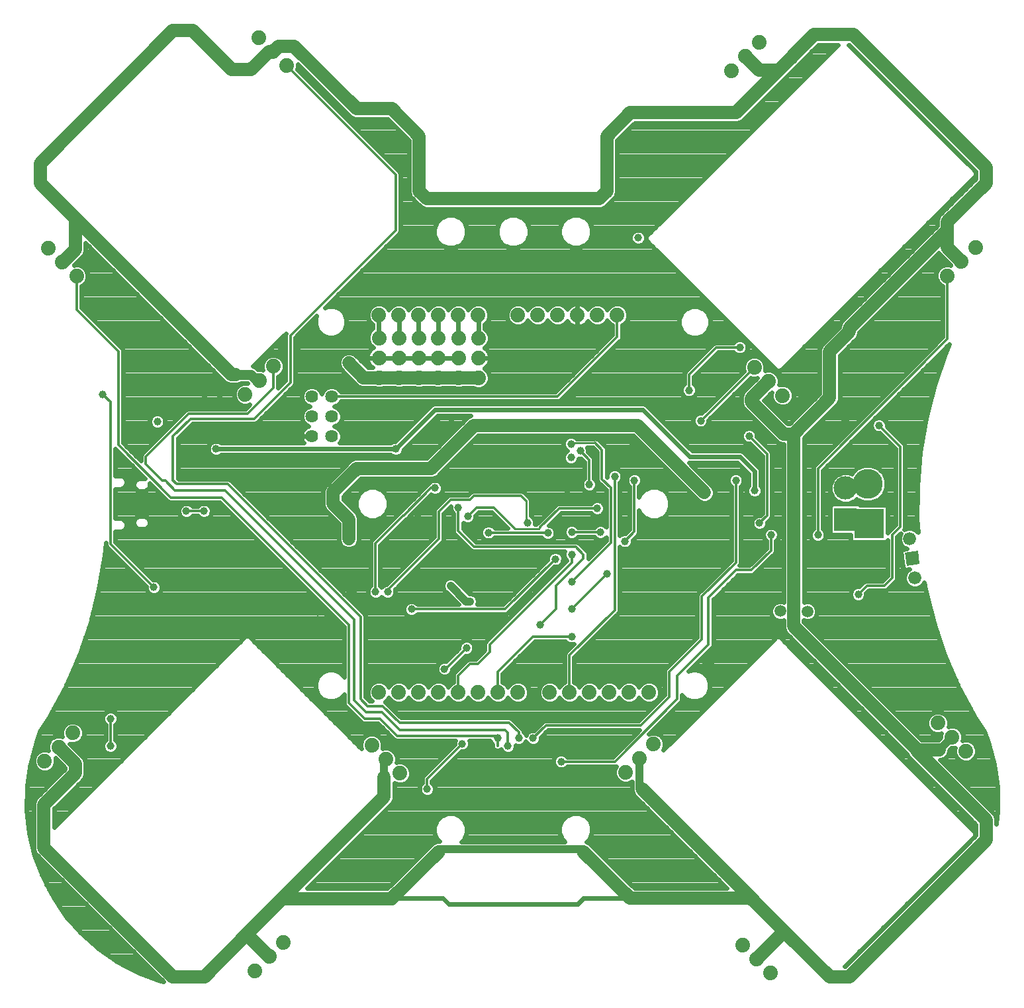
<source format=gbl>
G75*
%MOIN*%
%OFA0B0*%
%FSLAX25Y25*%
%IPPOS*%
%LPD*%
%AMOC8*
5,1,8,0,0,1.08239X$1,22.5*
%
%ADD10C,0.06400*%
%ADD11C,0.07400*%
%ADD12R,0.06600X0.06600*%
%ADD13C,0.06600*%
%ADD14R,0.11811X0.11811*%
%ADD15C,0.11811*%
%ADD16R,0.15000X0.15000*%
%ADD17C,0.15000*%
%ADD18C,0.05906*%
%ADD19C,0.06600*%
%ADD20C,0.03962*%
%ADD21C,0.01200*%
%ADD22C,0.04000*%
%ADD23C,0.02400*%
%ADD24C,0.01000*%
%ADD25C,0.05000*%
D10*
X0188381Y0296452D03*
X0198381Y0296452D03*
X0198381Y0306452D03*
X0188381Y0306452D03*
X0188381Y0316452D03*
X0198381Y0316452D03*
D11*
X0222121Y0326019D03*
X0232161Y0326019D03*
X0232161Y0336019D03*
X0232161Y0346019D03*
X0222121Y0346019D03*
X0222121Y0336019D03*
X0242200Y0336019D03*
X0252043Y0336019D03*
X0252043Y0346019D03*
X0242200Y0346019D03*
X0242082Y0357476D03*
X0252082Y0357476D03*
X0262082Y0357476D03*
X0272082Y0357476D03*
X0272239Y0345901D03*
X0272239Y0335901D03*
X0262279Y0336019D03*
X0262279Y0346019D03*
X0262279Y0326019D03*
X0272239Y0325901D03*
X0252043Y0326019D03*
X0242200Y0326019D03*
X0232082Y0357476D03*
X0222082Y0357476D03*
X0168905Y0331731D03*
X0161834Y0324660D03*
X0154763Y0317589D03*
X0069810Y0377121D03*
X0062739Y0384192D03*
X0055668Y0391263D03*
X0161455Y0497346D03*
X0168527Y0490275D03*
X0175598Y0483204D03*
X0292082Y0357476D03*
X0302082Y0357476D03*
X0312082Y0357476D03*
X0322082Y0357476D03*
X0332082Y0357476D03*
X0342082Y0357476D03*
X0411137Y0331176D03*
X0418208Y0324105D03*
X0425279Y0317034D03*
X0508342Y0377318D03*
X0515413Y0384389D03*
X0522484Y0391460D03*
X0413657Y0494838D03*
X0406586Y0487767D03*
X0399515Y0480696D03*
X0358082Y0167476D03*
X0348082Y0167476D03*
X0338082Y0167476D03*
X0328082Y0167476D03*
X0318082Y0167476D03*
X0308082Y0167476D03*
X0292082Y0167476D03*
X0282082Y0167476D03*
X0272082Y0167476D03*
X0262082Y0167476D03*
X0252082Y0167476D03*
X0242082Y0167476D03*
X0232082Y0167476D03*
X0222082Y0167476D03*
X0218467Y0140925D03*
X0225538Y0133854D03*
X0232609Y0126783D03*
X0173850Y0041480D03*
X0166779Y0034408D03*
X0159707Y0027337D03*
X0053727Y0132940D03*
X0060798Y0140011D03*
X0067869Y0147082D03*
X0346239Y0127247D03*
X0353310Y0134318D03*
X0360381Y0141389D03*
X0405231Y0040310D03*
X0412303Y0033239D03*
X0419374Y0026168D03*
X0517677Y0137912D03*
X0510606Y0144983D03*
X0503535Y0152054D03*
D12*
G36*
X0493466Y0238737D02*
X0494327Y0232194D01*
X0487784Y0231333D01*
X0486923Y0237876D01*
X0493466Y0238737D01*
G37*
D13*
X0489320Y0244949D03*
X0491930Y0225120D03*
D14*
X0457082Y0254641D03*
D15*
X0457082Y0270389D03*
D16*
X0468972Y0252515D03*
D17*
X0468184Y0272515D03*
D18*
X0433932Y0312357D03*
X0439247Y0317672D03*
X0386098Y0268066D03*
X0350920Y0290802D03*
X0346728Y0319641D03*
X0424247Y0208381D03*
X0431046Y0208381D03*
X0437842Y0208275D03*
X0393972Y0187751D03*
X0388066Y0181846D03*
X0378224Y0197594D03*
X0208145Y0218854D03*
X0196728Y0203893D03*
X0191216Y0209011D03*
X0206964Y0244838D03*
X0150271Y0233696D03*
X0144050Y0233696D03*
X0137672Y0299956D03*
X0134129Y0313735D03*
X0142003Y0313735D03*
X0206964Y0333420D03*
D19*
X0214365Y0326019D01*
X0222121Y0326019D01*
X0232161Y0326019D01*
X0242200Y0326019D01*
X0252043Y0326019D01*
X0271924Y0326019D01*
X0272239Y0325901D01*
X0269956Y0301924D02*
X0248302Y0280271D01*
X0210901Y0280271D01*
X0199090Y0268460D01*
X0199090Y0262554D01*
X0206964Y0254680D01*
X0206964Y0244838D01*
X0269956Y0301924D02*
X0352239Y0301924D01*
X0386098Y0268066D01*
X0425794Y0297661D02*
X0409720Y0313735D01*
X0409720Y0315617D01*
X0418208Y0324105D01*
X0433342Y0311767D02*
X0439247Y0317672D01*
X0449090Y0315704D02*
X0449090Y0339326D01*
X0458932Y0349169D01*
X0458932Y0350861D01*
X0508420Y0400350D01*
X0508420Y0404562D01*
X0527830Y0423972D01*
X0527830Y0431846D01*
X0460901Y0498775D01*
X0441216Y0498775D01*
X0430192Y0487751D01*
X0430192Y0487633D01*
X0423381Y0480822D01*
X0401964Y0459405D01*
X0348696Y0459405D01*
X0336885Y0447594D01*
X0336885Y0420035D01*
X0332948Y0416098D01*
X0246334Y0416098D01*
X0242397Y0420035D01*
X0242397Y0447594D01*
X0228617Y0461373D01*
X0210901Y0461373D01*
X0179405Y0492869D01*
X0171531Y0492869D01*
X0168995Y0490334D01*
X0167027Y0490334D02*
X0157751Y0481058D01*
X0147909Y0481058D01*
X0128224Y0500743D01*
X0118381Y0500743D01*
X0051452Y0433814D01*
X0051452Y0423972D01*
X0069169Y0406255D01*
X0147909Y0327515D01*
X0149877Y0327515D01*
X0069169Y0390507D02*
X0069169Y0406255D01*
X0069169Y0390507D02*
X0062885Y0384223D01*
X0060798Y0140011D02*
X0069169Y0131641D01*
X0069169Y0126728D01*
X0053420Y0110980D01*
X0053420Y0089326D01*
X0118381Y0024365D01*
X0134326Y0024365D01*
X0155389Y0045428D01*
X0224680Y0114720D01*
X0224680Y0124759D01*
X0252239Y0087357D02*
X0228617Y0063735D01*
X0228539Y0063657D01*
X0174011Y0063657D01*
X0155437Y0045428D02*
X0166457Y0034408D01*
X0166779Y0034408D01*
X0155437Y0045428D02*
X0155389Y0045428D01*
X0325074Y0087357D02*
X0348696Y0063735D01*
X0407751Y0063735D01*
X0408735Y0064720D01*
X0354602Y0118854D01*
X0408735Y0064720D02*
X0428420Y0045035D01*
X0449109Y0024346D01*
X0458913Y0024346D01*
X0527830Y0093263D01*
X0527830Y0103106D01*
X0492808Y0138127D01*
X0492808Y0138950D01*
X0430889Y0200869D01*
X0430889Y0208224D01*
X0431046Y0208381D01*
X0431046Y0297661D01*
X0425794Y0297661D01*
X0431046Y0297661D02*
X0449090Y0315704D01*
X0515413Y0384389D02*
X0515413Y0384696D01*
X0508420Y0391688D01*
X0508420Y0400350D01*
X0423381Y0480822D02*
X0413530Y0480822D01*
X0406586Y0487767D01*
X0492808Y0138950D02*
X0493220Y0138539D01*
X0504208Y0138539D01*
X0409326Y0064050D02*
X0408932Y0063657D01*
X0425633Y0046570D02*
X0426019Y0046570D01*
X0425633Y0046570D02*
X0412303Y0033239D01*
D20*
X0328224Y0110783D03*
X0313854Y0132633D03*
X0299680Y0144444D03*
X0292495Y0144523D03*
X0287007Y0140519D03*
X0281767Y0144444D03*
X0264050Y0141688D03*
X0266019Y0128696D03*
X0246334Y0118854D03*
X0212869Y0089326D03*
X0220350Y0179483D03*
X0232062Y0179483D03*
X0250074Y0197102D03*
X0238460Y0209405D03*
X0226452Y0218066D03*
X0220350Y0218066D03*
X0225861Y0238145D03*
X0241609Y0257043D03*
X0250271Y0270428D03*
X0262082Y0260586D03*
X0266806Y0256058D03*
X0277239Y0253696D03*
X0277239Y0247987D03*
X0296767Y0253027D03*
X0307161Y0247791D03*
X0319169Y0248184D03*
X0319169Y0236964D03*
X0310901Y0234602D03*
X0319169Y0223184D03*
X0319169Y0209405D03*
X0319169Y0195625D03*
X0303420Y0201531D03*
X0267987Y0213342D03*
X0258145Y0221216D03*
X0266216Y0189897D03*
X0255015Y0179365D03*
X0333539Y0248184D03*
X0331964Y0260192D03*
X0328027Y0272200D03*
X0316846Y0269523D03*
X0318775Y0285783D03*
X0323499Y0289129D03*
X0318775Y0292633D03*
X0340822Y0276334D03*
X0350665Y0274365D03*
X0345940Y0243657D03*
X0336885Y0227121D03*
X0401846Y0274365D03*
X0411255Y0269129D03*
X0413657Y0252712D03*
X0419562Y0246806D03*
X0443184Y0246806D03*
X0463460Y0216885D03*
X0456964Y0186570D03*
X0408539Y0296609D03*
X0384129Y0304287D03*
X0378224Y0319641D03*
X0403814Y0341294D03*
X0456964Y0304287D03*
X0473893Y0301924D03*
X0352633Y0396413D03*
X0366413Y0430468D03*
X0319365Y0316098D03*
X0258539Y0303342D03*
X0251649Y0303302D03*
X0230586Y0290113D03*
X0181373Y0341688D03*
X0172515Y0341688D03*
X0121728Y0338145D03*
X0110507Y0303893D03*
X0140035Y0290113D03*
X0133932Y0258814D03*
X0125074Y0258814D03*
X0121728Y0220428D03*
X0108735Y0220428D03*
X0086885Y0154287D03*
X0086885Y0140507D03*
X0082948Y0317672D03*
X0236098Y0412554D03*
D21*
X0230586Y0400350D02*
X0177436Y0347200D01*
X0177436Y0323578D01*
X0159129Y0305271D01*
X0127239Y0305271D01*
X0118381Y0296413D01*
X0118381Y0274365D01*
X0120350Y0272397D01*
X0145940Y0272397D01*
X0212869Y0205468D01*
X0212869Y0164129D01*
X0216357Y0160641D01*
X0224007Y0160641D01*
X0232442Y0152206D01*
X0232554Y0152318D01*
X0287672Y0152318D01*
X0292495Y0147495D01*
X0292495Y0144523D01*
X0287007Y0147078D02*
X0287007Y0140519D01*
X0281767Y0140507D02*
X0281767Y0144444D01*
X0281570Y0144444D01*
X0280389Y0145625D01*
X0231373Y0145625D01*
X0222712Y0154287D01*
X0214838Y0154287D01*
X0206964Y0162161D01*
X0206964Y0201531D01*
X0142948Y0265546D01*
X0117357Y0265546D01*
X0090822Y0292082D01*
X0090822Y0339326D01*
X0069810Y0360338D01*
X0069810Y0377121D01*
X0082948Y0317672D02*
X0086885Y0313735D01*
X0086885Y0242279D01*
X0108735Y0220428D01*
X0125074Y0258814D02*
X0133932Y0258814D01*
X0144483Y0269365D02*
X0119247Y0269365D01*
X0114444Y0274169D01*
X0112960Y0274169D01*
X0104602Y0282527D01*
X0104602Y0286176D01*
X0126255Y0307830D01*
X0155783Y0307830D01*
X0168905Y0320952D01*
X0168905Y0331731D01*
X0198381Y0316452D02*
X0312043Y0316452D01*
X0342082Y0346491D01*
X0342082Y0357476D01*
X0378224Y0327515D02*
X0378224Y0319641D01*
X0378224Y0327515D02*
X0392003Y0341294D01*
X0403814Y0341294D01*
X0411137Y0331176D02*
X0384129Y0304169D01*
X0384129Y0304287D01*
X0408539Y0296609D02*
X0417594Y0287554D01*
X0417594Y0256649D01*
X0413657Y0252712D01*
X0419562Y0246806D02*
X0419562Y0238932D01*
X0409720Y0229090D01*
X0401846Y0229090D01*
X0388066Y0215310D01*
X0388066Y0191688D01*
X0372318Y0175940D01*
X0372318Y0164129D01*
X0340822Y0132633D01*
X0313854Y0132633D01*
X0299680Y0144444D02*
X0306176Y0150940D01*
X0354011Y0150940D01*
X0368381Y0165310D01*
X0368381Y0177909D01*
X0384720Y0194247D01*
X0384720Y0215901D01*
X0401846Y0233027D01*
X0401846Y0274365D01*
X0443184Y0280271D02*
X0443184Y0246806D01*
X0467791Y0221216D02*
X0463460Y0216885D01*
X0467791Y0221216D02*
X0476649Y0221216D01*
X0480586Y0225153D01*
X0480586Y0246806D01*
X0484523Y0250743D01*
X0484523Y0291294D01*
X0473893Y0301924D01*
X0443184Y0280271D02*
X0508342Y0345428D01*
X0508342Y0377318D01*
X0350665Y0274365D02*
X0350665Y0248381D01*
X0345940Y0243657D01*
X0338854Y0242869D02*
X0338854Y0270428D01*
X0334424Y0274857D01*
X0334424Y0289621D01*
X0330980Y0293066D01*
X0323499Y0289129D02*
X0328027Y0284602D01*
X0328027Y0272200D01*
X0331964Y0260192D02*
X0312869Y0260192D01*
X0303420Y0250743D01*
X0307161Y0247791D02*
X0277436Y0247791D01*
X0277239Y0247987D01*
X0266806Y0256058D02*
X0271334Y0260586D01*
X0279798Y0260586D01*
X0289641Y0250743D01*
X0296137Y0263932D02*
X0293578Y0266491D01*
X0269956Y0266491D01*
X0267987Y0264523D01*
X0258145Y0264523D01*
X0252239Y0258617D01*
X0252239Y0244838D01*
X0226452Y0219050D01*
X0226452Y0218066D01*
X0220350Y0218066D02*
X0220350Y0242672D01*
X0234326Y0256649D01*
X0234523Y0256649D01*
X0248302Y0270428D01*
X0250271Y0270428D01*
X0262082Y0260586D02*
X0262082Y0248775D01*
X0269956Y0240901D01*
X0321137Y0240901D01*
X0325074Y0236964D01*
X0325074Y0234995D01*
X0311294Y0221216D01*
X0311294Y0209405D01*
X0303420Y0201531D01*
X0299483Y0195625D02*
X0281767Y0177909D01*
X0281767Y0167791D01*
X0282082Y0167476D01*
X0271924Y0181846D02*
X0267987Y0181846D01*
X0262082Y0175940D01*
X0262082Y0167476D01*
X0255684Y0179365D02*
X0266216Y0189897D01*
X0271924Y0181846D02*
X0277830Y0187751D01*
X0277830Y0191688D01*
X0319169Y0233027D01*
X0319169Y0236964D01*
X0310901Y0234602D02*
X0285704Y0209405D01*
X0238460Y0209405D01*
X0209731Y0204117D02*
X0144483Y0269365D01*
X0209731Y0204117D02*
X0209731Y0173791D01*
X0209739Y0173783D01*
X0209739Y0163405D01*
X0215645Y0157499D01*
X0223436Y0157499D01*
X0232554Y0148381D01*
X0285704Y0148381D01*
X0287007Y0147078D01*
X0264050Y0141688D02*
X0246334Y0123972D01*
X0246334Y0118854D01*
X0255015Y0179365D02*
X0255684Y0179365D01*
X0299483Y0195625D02*
X0319169Y0195625D01*
X0317987Y0186176D02*
X0317987Y0167570D01*
X0318082Y0167476D01*
X0317987Y0186176D02*
X0340822Y0209011D01*
X0340822Y0276334D01*
X0333539Y0248184D02*
X0319169Y0248184D01*
X0338854Y0242869D02*
X0319169Y0223184D01*
X0319169Y0209405D02*
X0336885Y0227121D01*
X0270940Y0260192D02*
X0266806Y0256058D01*
X0230586Y0400350D02*
X0230586Y0428216D01*
X0175598Y0483204D01*
X0086885Y0154287D02*
X0086885Y0140507D01*
D22*
X0173665Y0063657D02*
X0174011Y0063657D01*
X0173665Y0063657D02*
X0155437Y0045428D01*
X0224680Y0124759D02*
X0225483Y0125562D01*
X0225483Y0125925D01*
X0224680Y0126728D01*
X0224680Y0132996D01*
X0225538Y0133854D01*
X0253420Y0088539D02*
X0252239Y0087357D01*
X0253420Y0088539D02*
X0317239Y0088539D01*
X0323893Y0088539D01*
X0325074Y0087357D01*
X0317279Y0088499D02*
X0317239Y0088539D01*
X0353310Y0120145D02*
X0353310Y0134318D01*
X0353310Y0120145D02*
X0354602Y0118854D01*
X0408932Y0063657D02*
X0426019Y0046570D01*
X0427554Y0045035D01*
X0428420Y0045035D01*
X0504208Y0138539D02*
X0510606Y0144936D01*
X0510606Y0144983D01*
X0267987Y0213342D02*
X0266019Y0213342D01*
X0258145Y0221216D01*
D23*
X0079252Y0056282D02*
X0063517Y0056282D01*
X0064760Y0054476D02*
X0058164Y0064056D01*
X0052793Y0074374D01*
X0048730Y0085273D01*
X0046036Y0096588D01*
X0044751Y0108149D01*
X0044896Y0119779D01*
X0046468Y0131304D01*
X0049442Y0142549D01*
X0051388Y0147863D01*
X0055999Y0154972D01*
X0055999Y0154972D01*
X0064229Y0170267D01*
X0071180Y0186183D01*
X0076806Y0202614D01*
X0081070Y0219451D01*
X0083944Y0236579D01*
X0084485Y0242979D01*
X0084485Y0241801D01*
X0084850Y0240919D01*
X0085526Y0240244D01*
X0104854Y0220915D01*
X0104854Y0219656D01*
X0105445Y0218230D01*
X0106537Y0217138D01*
X0107963Y0216547D01*
X0109507Y0216547D01*
X0110934Y0217138D01*
X0112026Y0218230D01*
X0112617Y0219656D01*
X0112617Y0221200D01*
X0112026Y0222627D01*
X0110934Y0223719D01*
X0109507Y0224309D01*
X0108248Y0224309D01*
X0089285Y0243273D01*
X0089285Y0248528D01*
X0089665Y0248528D01*
X0090443Y0248515D01*
X0090457Y0248528D01*
X0091513Y0248528D01*
X0092380Y0248477D01*
X0092380Y0248477D01*
X0094018Y0249341D01*
X0094970Y0250929D01*
X0094970Y0251062D01*
X0094971Y0251064D01*
X0094966Y0251851D01*
X0094966Y0252641D01*
X0094963Y0252644D01*
X0094963Y0252649D01*
X0094961Y0252651D01*
X0094960Y0252762D01*
X0094032Y0254311D01*
X0094032Y0254311D01*
X0094032Y0254311D01*
X0092445Y0255174D01*
X0092445Y0255174D01*
X0091576Y0255143D01*
X0090488Y0255143D01*
X0090482Y0255149D01*
X0089694Y0255143D01*
X0089285Y0255143D01*
X0089285Y0269985D01*
X0089665Y0269985D01*
X0090443Y0269972D01*
X0090457Y0269985D01*
X0091513Y0269985D01*
X0092380Y0269934D01*
X0094018Y0270798D01*
X0094970Y0272385D01*
X0094970Y0272518D01*
X0094971Y0272520D01*
X0094966Y0273308D01*
X0094966Y0274098D01*
X0094963Y0274101D01*
X0094963Y0274106D01*
X0094961Y0274108D01*
X0094960Y0274219D01*
X0094032Y0275768D01*
X0094032Y0275768D01*
X0094032Y0275768D01*
X0092445Y0276631D01*
X0092445Y0276631D01*
X0091576Y0276600D01*
X0090488Y0276600D01*
X0090482Y0276605D01*
X0089694Y0276600D01*
X0089285Y0276600D01*
X0089285Y0290225D01*
X0104208Y0275302D01*
X0103420Y0275301D01*
X0102016Y0275301D01*
X0101189Y0275363D01*
X0099585Y0274540D01*
X0099585Y0274540D01*
X0098645Y0273001D01*
X0098645Y0273001D01*
X0098646Y0272099D01*
X0098646Y0271253D01*
X0099487Y0269779D01*
X0100948Y0268916D01*
X0101019Y0268915D01*
X0101031Y0268902D01*
X0101812Y0268902D01*
X0102591Y0268890D01*
X0102604Y0268902D01*
X0103473Y0268902D01*
X0104269Y0268902D01*
X0105743Y0269743D01*
X0105743Y0269743D01*
X0105743Y0269743D01*
X0106494Y0271014D01*
X0106554Y0271066D01*
X0106559Y0271123D01*
X0106606Y0271204D01*
X0106617Y0271896D01*
X0106682Y0272758D01*
X0106609Y0272901D01*
X0115998Y0263512D01*
X0116880Y0263146D01*
X0141954Y0263146D01*
X0204564Y0200537D01*
X0204564Y0175270D01*
X0204526Y0175362D01*
X0202330Y0177557D01*
X0199461Y0178746D01*
X0196356Y0178746D01*
X0193487Y0177557D01*
X0191291Y0175362D01*
X0190103Y0172493D01*
X0190103Y0169388D01*
X0191291Y0166519D01*
X0193487Y0164323D01*
X0196356Y0163135D01*
X0199461Y0163135D01*
X0202330Y0164323D01*
X0204526Y0166519D01*
X0204564Y0166610D01*
X0204564Y0161683D01*
X0204929Y0160801D01*
X0205604Y0160126D01*
X0205604Y0160126D01*
X0212803Y0152927D01*
X0213478Y0152252D01*
X0214360Y0151887D01*
X0221718Y0151887D01*
X0230014Y0143591D01*
X0230896Y0143225D01*
X0260486Y0143225D01*
X0260169Y0142460D01*
X0260169Y0141201D01*
X0244974Y0126006D01*
X0244299Y0125331D01*
X0243934Y0124449D01*
X0243934Y0121942D01*
X0243044Y0121052D01*
X0242453Y0119626D01*
X0242453Y0118082D01*
X0243044Y0116655D01*
X0244135Y0115563D01*
X0245562Y0114972D01*
X0247106Y0114972D01*
X0248532Y0115563D01*
X0249624Y0116655D01*
X0250215Y0118082D01*
X0250215Y0119626D01*
X0249624Y0121052D01*
X0248734Y0121942D01*
X0248734Y0122978D01*
X0263563Y0137807D01*
X0264822Y0137807D01*
X0266249Y0138398D01*
X0267341Y0139490D01*
X0267931Y0140916D01*
X0267931Y0142460D01*
X0267615Y0143225D01*
X0278071Y0143225D01*
X0278477Y0142246D01*
X0279367Y0141355D01*
X0279367Y0140030D01*
X0279732Y0139148D01*
X0280407Y0138472D01*
X0281290Y0138107D01*
X0282244Y0138107D01*
X0283126Y0138472D01*
X0283499Y0138845D01*
X0283717Y0138320D01*
X0284809Y0137229D01*
X0286235Y0136638D01*
X0287779Y0136638D01*
X0289206Y0137229D01*
X0290297Y0138320D01*
X0290888Y0139747D01*
X0290888Y0140988D01*
X0291723Y0140642D01*
X0293267Y0140642D01*
X0294694Y0141233D01*
X0295786Y0142324D01*
X0296071Y0143015D01*
X0296390Y0142246D01*
X0297482Y0141154D01*
X0298908Y0140563D01*
X0300452Y0140563D01*
X0301879Y0141154D01*
X0302971Y0142246D01*
X0303561Y0143672D01*
X0303561Y0144931D01*
X0307170Y0148540D01*
X0353335Y0148540D01*
X0339828Y0135033D01*
X0316942Y0135033D01*
X0316052Y0135923D01*
X0314626Y0136514D01*
X0313082Y0136514D01*
X0311655Y0135923D01*
X0310563Y0134832D01*
X0309972Y0133405D01*
X0309972Y0131861D01*
X0310563Y0130435D01*
X0311655Y0129343D01*
X0313082Y0128752D01*
X0314626Y0128752D01*
X0316052Y0129343D01*
X0316942Y0130233D01*
X0341299Y0130233D01*
X0341439Y0130291D01*
X0340639Y0128361D01*
X0340639Y0126133D01*
X0341492Y0124075D01*
X0343067Y0122500D01*
X0345125Y0121647D01*
X0347353Y0121647D01*
X0349412Y0122500D01*
X0349510Y0122599D01*
X0349510Y0119889D01*
X0349502Y0119868D01*
X0349502Y0117839D01*
X0350278Y0115965D01*
X0397407Y0068835D01*
X0350809Y0068835D01*
X0327963Y0091681D01*
X0326626Y0092235D01*
X0328147Y0093756D01*
X0329395Y0096770D01*
X0329395Y0100032D01*
X0328147Y0103045D01*
X0325841Y0105352D01*
X0322827Y0106600D01*
X0319565Y0106600D01*
X0316552Y0105352D01*
X0314245Y0103045D01*
X0312997Y0100032D01*
X0312997Y0096770D01*
X0314245Y0093756D01*
X0315663Y0092339D01*
X0263737Y0092339D01*
X0265096Y0093697D01*
X0266344Y0096711D01*
X0266344Y0099973D01*
X0265096Y0102986D01*
X0262789Y0105293D01*
X0259776Y0106541D01*
X0256514Y0106541D01*
X0253500Y0105293D01*
X0251194Y0102986D01*
X0249946Y0099973D01*
X0249946Y0096711D01*
X0251194Y0093697D01*
X0252434Y0092457D01*
X0251225Y0092457D01*
X0249350Y0091681D01*
X0226426Y0068757D01*
X0185930Y0068757D01*
X0227569Y0110396D01*
X0229004Y0111831D01*
X0229780Y0113705D01*
X0229780Y0121893D01*
X0231496Y0121183D01*
X0233723Y0121183D01*
X0235782Y0122035D01*
X0237357Y0123611D01*
X0238209Y0125669D01*
X0238209Y0127897D01*
X0237357Y0129955D01*
X0235782Y0131530D01*
X0233723Y0132383D01*
X0231496Y0132383D01*
X0230886Y0132130D01*
X0231138Y0132740D01*
X0231138Y0134968D01*
X0230286Y0137026D01*
X0228711Y0138601D01*
X0226652Y0139454D01*
X0224424Y0139454D01*
X0223815Y0139201D01*
X0224067Y0139811D01*
X0224067Y0142039D01*
X0223215Y0144097D01*
X0221639Y0145672D01*
X0219581Y0146525D01*
X0217353Y0146525D01*
X0215295Y0145672D01*
X0213720Y0144097D01*
X0212867Y0142039D01*
X0212867Y0139811D01*
X0213137Y0139160D01*
X0156581Y0195716D01*
X0155007Y0195716D01*
X0155005Y0195714D01*
X0154820Y0195714D01*
X0150843Y0191738D01*
X0150843Y0191738D01*
X0058520Y0099415D01*
X0058520Y0108867D01*
X0073492Y0123839D01*
X0074268Y0125713D01*
X0074268Y0132655D01*
X0073492Y0134529D01*
X0072057Y0135964D01*
X0066387Y0141634D01*
X0066755Y0141482D01*
X0068983Y0141482D01*
X0071041Y0142334D01*
X0072617Y0143910D01*
X0073469Y0145968D01*
X0073469Y0148196D01*
X0072617Y0150254D01*
X0071041Y0151829D01*
X0068983Y0152682D01*
X0066755Y0152682D01*
X0064697Y0151829D01*
X0063122Y0150254D01*
X0062269Y0148196D01*
X0062269Y0145968D01*
X0062522Y0145358D01*
X0061912Y0145611D01*
X0059684Y0145611D01*
X0057626Y0144758D01*
X0056051Y0143183D01*
X0055198Y0141125D01*
X0055198Y0138897D01*
X0055451Y0138287D01*
X0054841Y0138540D01*
X0052613Y0138540D01*
X0050555Y0137687D01*
X0048980Y0136112D01*
X0048127Y0134054D01*
X0048127Y0131826D01*
X0048980Y0129768D01*
X0050555Y0128192D01*
X0052613Y0127340D01*
X0054841Y0127340D01*
X0056899Y0128192D01*
X0058475Y0129768D01*
X0059327Y0131826D01*
X0059327Y0134054D01*
X0059175Y0134422D01*
X0064069Y0129528D01*
X0064069Y0128840D01*
X0049097Y0113868D01*
X0048320Y0111994D01*
X0048320Y0088312D01*
X0049097Y0086437D01*
X0050532Y0085002D01*
X0113710Y0021824D01*
X0112084Y0022203D01*
X0101167Y0026217D01*
X0090825Y0031541D01*
X0081216Y0038095D01*
X0072483Y0045778D01*
X0064760Y0054476D01*
X0065286Y0053884D02*
X0081650Y0053884D01*
X0084049Y0051485D02*
X0067416Y0051485D01*
X0069546Y0049087D02*
X0086447Y0049087D01*
X0088846Y0046688D02*
X0071675Y0046688D01*
X0074175Y0044290D02*
X0091244Y0044290D01*
X0093643Y0041891D02*
X0076901Y0041891D01*
X0079627Y0039493D02*
X0096041Y0039493D01*
X0098440Y0037094D02*
X0082683Y0037094D01*
X0086200Y0034696D02*
X0100838Y0034696D01*
X0103237Y0032297D02*
X0089717Y0032297D01*
X0094016Y0029899D02*
X0105635Y0029899D01*
X0108034Y0027500D02*
X0098675Y0027500D01*
X0104202Y0025102D02*
X0110432Y0025102D01*
X0110725Y0022703D02*
X0112831Y0022703D01*
X0076853Y0058681D02*
X0061865Y0058681D01*
X0060213Y0061079D02*
X0074455Y0061079D01*
X0072056Y0063478D02*
X0058562Y0063478D01*
X0057216Y0065876D02*
X0069658Y0065876D01*
X0067259Y0068275D02*
X0055968Y0068275D01*
X0054719Y0070673D02*
X0064861Y0070673D01*
X0062462Y0073072D02*
X0053471Y0073072D01*
X0052384Y0075470D02*
X0060064Y0075470D01*
X0057665Y0077869D02*
X0051490Y0077869D01*
X0050596Y0080267D02*
X0055266Y0080267D01*
X0052868Y0082666D02*
X0049702Y0082666D01*
X0050469Y0085064D02*
X0048808Y0085064D01*
X0048672Y0087463D02*
X0048209Y0087463D01*
X0048320Y0089862D02*
X0047638Y0089862D01*
X0047066Y0092260D02*
X0048320Y0092260D01*
X0048320Y0094659D02*
X0046495Y0094659D01*
X0045984Y0097057D02*
X0048320Y0097057D01*
X0048320Y0099456D02*
X0045717Y0099456D01*
X0045451Y0101854D02*
X0048320Y0101854D01*
X0048320Y0104253D02*
X0045184Y0104253D01*
X0044918Y0106651D02*
X0048320Y0106651D01*
X0048320Y0109050D02*
X0044763Y0109050D01*
X0044792Y0111448D02*
X0048320Y0111448D01*
X0049088Y0113847D02*
X0044822Y0113847D01*
X0044852Y0116245D02*
X0051474Y0116245D01*
X0053872Y0118644D02*
X0044882Y0118644D01*
X0045068Y0121042D02*
X0056271Y0121042D01*
X0058669Y0123441D02*
X0045395Y0123441D01*
X0045722Y0125839D02*
X0061068Y0125839D01*
X0063466Y0128238D02*
X0056945Y0128238D01*
X0058834Y0130636D02*
X0062960Y0130636D01*
X0060562Y0133035D02*
X0059327Y0133035D01*
X0055198Y0140230D02*
X0048829Y0140230D01*
X0048194Y0137832D02*
X0050904Y0137832D01*
X0048699Y0135433D02*
X0047560Y0135433D01*
X0048127Y0133035D02*
X0046925Y0133035D01*
X0046377Y0130636D02*
X0048620Y0130636D01*
X0050510Y0128238D02*
X0046049Y0128238D01*
X0063500Y0113847D02*
X0072952Y0113847D01*
X0075350Y0116245D02*
X0065899Y0116245D01*
X0068297Y0118644D02*
X0077749Y0118644D01*
X0080147Y0121042D02*
X0070696Y0121042D01*
X0073094Y0123441D02*
X0082546Y0123441D01*
X0084944Y0125839D02*
X0074268Y0125839D01*
X0074268Y0128238D02*
X0087343Y0128238D01*
X0089741Y0130636D02*
X0074268Y0130636D01*
X0074111Y0133035D02*
X0092140Y0133035D01*
X0094538Y0135433D02*
X0072588Y0135433D01*
X0070190Y0137832D02*
X0084072Y0137832D01*
X0083595Y0138309D02*
X0084687Y0137217D01*
X0086113Y0136626D01*
X0087657Y0136626D01*
X0089084Y0137217D01*
X0090175Y0138309D01*
X0090766Y0139735D01*
X0090766Y0141279D01*
X0090175Y0142706D01*
X0089285Y0143596D01*
X0089285Y0151198D01*
X0090175Y0152088D01*
X0090766Y0153515D01*
X0090766Y0155059D01*
X0090175Y0156485D01*
X0089084Y0157577D01*
X0087657Y0158168D01*
X0086113Y0158168D01*
X0084687Y0157577D01*
X0083595Y0156485D01*
X0083004Y0155059D01*
X0083004Y0153515D01*
X0083595Y0152088D01*
X0084485Y0151198D01*
X0084485Y0143596D01*
X0083595Y0142706D01*
X0083004Y0141279D01*
X0083004Y0139735D01*
X0083595Y0138309D01*
X0083004Y0140230D02*
X0067791Y0140230D01*
X0071336Y0142629D02*
X0083563Y0142629D01*
X0084485Y0145027D02*
X0073080Y0145027D01*
X0073469Y0147426D02*
X0084485Y0147426D01*
X0084485Y0149824D02*
X0072795Y0149824D01*
X0070091Y0152223D02*
X0083539Y0152223D01*
X0083004Y0154621D02*
X0055772Y0154621D01*
X0057101Y0157020D02*
X0084130Y0157020D01*
X0089641Y0157020D02*
X0116125Y0157020D01*
X0118524Y0159418D02*
X0058392Y0159418D01*
X0059682Y0161817D02*
X0120922Y0161817D01*
X0123321Y0164215D02*
X0060973Y0164215D01*
X0062263Y0166614D02*
X0125719Y0166614D01*
X0128118Y0169012D02*
X0063554Y0169012D01*
X0064728Y0171411D02*
X0130516Y0171411D01*
X0132915Y0173809D02*
X0065776Y0173809D01*
X0066823Y0176208D02*
X0135313Y0176208D01*
X0137712Y0178606D02*
X0067871Y0178606D01*
X0068918Y0181005D02*
X0140110Y0181005D01*
X0142509Y0183403D02*
X0069966Y0183403D01*
X0071013Y0185802D02*
X0144907Y0185802D01*
X0147306Y0188200D02*
X0071871Y0188200D01*
X0072692Y0190599D02*
X0149704Y0190599D01*
X0152103Y0192998D02*
X0073513Y0192998D01*
X0074334Y0195396D02*
X0154501Y0195396D01*
X0156901Y0195396D02*
X0204564Y0195396D01*
X0204564Y0192998D02*
X0159299Y0192998D01*
X0161698Y0190599D02*
X0204564Y0190599D01*
X0204564Y0188200D02*
X0164096Y0188200D01*
X0166495Y0185802D02*
X0204564Y0185802D01*
X0204564Y0183403D02*
X0168893Y0183403D01*
X0171292Y0181005D02*
X0204564Y0181005D01*
X0204564Y0178606D02*
X0199797Y0178606D01*
X0196020Y0178606D02*
X0173690Y0178606D01*
X0176089Y0176208D02*
X0192138Y0176208D01*
X0190649Y0173809D02*
X0178487Y0173809D01*
X0180886Y0171411D02*
X0190103Y0171411D01*
X0190259Y0169012D02*
X0183285Y0169012D01*
X0185683Y0166614D02*
X0191252Y0166614D01*
X0193747Y0164215D02*
X0188082Y0164215D01*
X0190480Y0161817D02*
X0204564Y0161817D01*
X0204564Y0164215D02*
X0202070Y0164215D01*
X0206312Y0159418D02*
X0192879Y0159418D01*
X0195277Y0157020D02*
X0208710Y0157020D01*
X0211109Y0154621D02*
X0197676Y0154621D01*
X0200074Y0152223D02*
X0213549Y0152223D01*
X0214650Y0145027D02*
X0207270Y0145027D01*
X0209668Y0142629D02*
X0213112Y0142629D01*
X0212867Y0140230D02*
X0212067Y0140230D01*
X0204871Y0147426D02*
X0226179Y0147426D01*
X0228577Y0145027D02*
X0222284Y0145027D01*
X0223823Y0142629D02*
X0260239Y0142629D01*
X0259198Y0140230D02*
X0224067Y0140230D01*
X0229480Y0137832D02*
X0256800Y0137832D01*
X0254401Y0135433D02*
X0230946Y0135433D01*
X0231138Y0133035D02*
X0252003Y0133035D01*
X0249604Y0130636D02*
X0236675Y0130636D01*
X0238068Y0128238D02*
X0247206Y0128238D01*
X0244807Y0125839D02*
X0238209Y0125839D01*
X0237187Y0123441D02*
X0243934Y0123441D01*
X0243040Y0121042D02*
X0229780Y0121042D01*
X0229780Y0118644D02*
X0242453Y0118644D01*
X0243454Y0116245D02*
X0229780Y0116245D01*
X0229780Y0113847D02*
X0352396Y0113847D01*
X0350162Y0116245D02*
X0249214Y0116245D01*
X0250215Y0118644D02*
X0349502Y0118644D01*
X0349510Y0121042D02*
X0249628Y0121042D01*
X0249197Y0123441D02*
X0342126Y0123441D01*
X0340761Y0125839D02*
X0251595Y0125839D01*
X0253994Y0128238D02*
X0340639Y0128238D01*
X0340228Y0135433D02*
X0316542Y0135433D01*
X0311165Y0135433D02*
X0261190Y0135433D01*
X0258791Y0133035D02*
X0309972Y0133035D01*
X0310480Y0130636D02*
X0256393Y0130636D01*
X0264882Y0137832D02*
X0284206Y0137832D01*
X0279367Y0140230D02*
X0267647Y0140230D01*
X0267862Y0142629D02*
X0278318Y0142629D01*
X0289809Y0137832D02*
X0342627Y0137832D01*
X0345025Y0140230D02*
X0290888Y0140230D01*
X0295912Y0142629D02*
X0296231Y0142629D01*
X0296104Y0145952D02*
X0295786Y0146721D01*
X0294895Y0147612D01*
X0294895Y0147973D01*
X0294530Y0148855D01*
X0289707Y0153678D01*
X0289032Y0154353D01*
X0288150Y0154718D01*
X0233324Y0154718D01*
X0225367Y0162676D01*
X0225247Y0162725D01*
X0225254Y0162728D01*
X0226829Y0164303D01*
X0227082Y0164913D01*
X0227334Y0164303D01*
X0228910Y0162728D01*
X0230968Y0161876D01*
X0233196Y0161876D01*
X0235254Y0162728D01*
X0236829Y0164303D01*
X0237082Y0164913D01*
X0237334Y0164303D01*
X0238910Y0162728D01*
X0240968Y0161876D01*
X0243196Y0161876D01*
X0245254Y0162728D01*
X0246829Y0164303D01*
X0247082Y0164913D01*
X0247334Y0164303D01*
X0248910Y0162728D01*
X0250968Y0161876D01*
X0253196Y0161876D01*
X0255254Y0162728D01*
X0256829Y0164303D01*
X0257082Y0164913D01*
X0257334Y0164303D01*
X0258910Y0162728D01*
X0260968Y0161876D01*
X0263196Y0161876D01*
X0265254Y0162728D01*
X0266829Y0164303D01*
X0267082Y0164913D01*
X0267334Y0164303D01*
X0268910Y0162728D01*
X0270968Y0161876D01*
X0273196Y0161876D01*
X0275254Y0162728D01*
X0276829Y0164303D01*
X0277082Y0164913D01*
X0277334Y0164303D01*
X0278910Y0162728D01*
X0280968Y0161876D01*
X0283196Y0161876D01*
X0285254Y0162728D01*
X0286829Y0164303D01*
X0287082Y0164913D01*
X0287334Y0164303D01*
X0288910Y0162728D01*
X0290968Y0161876D01*
X0293196Y0161876D01*
X0295254Y0162728D01*
X0296829Y0164303D01*
X0297682Y0166362D01*
X0297682Y0168589D01*
X0296829Y0170648D01*
X0295254Y0172223D01*
X0293196Y0173076D01*
X0290968Y0173076D01*
X0288910Y0172223D01*
X0287334Y0170648D01*
X0287082Y0170038D01*
X0286829Y0170648D01*
X0285254Y0172223D01*
X0284167Y0172673D01*
X0284167Y0176915D01*
X0300478Y0193225D01*
X0316080Y0193225D01*
X0316970Y0192335D01*
X0318396Y0191744D01*
X0319941Y0191744D01*
X0320317Y0191900D01*
X0316628Y0188211D01*
X0315953Y0187536D01*
X0315587Y0186654D01*
X0315587Y0172504D01*
X0314910Y0172223D01*
X0313334Y0170648D01*
X0313082Y0170038D01*
X0312829Y0170648D01*
X0311254Y0172223D01*
X0309196Y0173076D01*
X0306968Y0173076D01*
X0304910Y0172223D01*
X0303334Y0170648D01*
X0302482Y0168589D01*
X0302482Y0166362D01*
X0303334Y0164303D01*
X0304910Y0162728D01*
X0306968Y0161876D01*
X0309196Y0161876D01*
X0311254Y0162728D01*
X0312829Y0164303D01*
X0313082Y0164913D01*
X0313334Y0164303D01*
X0314910Y0162728D01*
X0316968Y0161876D01*
X0319196Y0161876D01*
X0321254Y0162728D01*
X0322829Y0164303D01*
X0323082Y0164913D01*
X0323334Y0164303D01*
X0324910Y0162728D01*
X0326968Y0161876D01*
X0329196Y0161876D01*
X0331254Y0162728D01*
X0332829Y0164303D01*
X0333082Y0164913D01*
X0333334Y0164303D01*
X0334910Y0162728D01*
X0336968Y0161876D01*
X0339196Y0161876D01*
X0341254Y0162728D01*
X0342829Y0164303D01*
X0343082Y0164913D01*
X0343334Y0164303D01*
X0344910Y0162728D01*
X0346968Y0161876D01*
X0349196Y0161876D01*
X0351254Y0162728D01*
X0352829Y0164303D01*
X0353082Y0164913D01*
X0353334Y0164303D01*
X0354910Y0162728D01*
X0356968Y0161876D01*
X0359196Y0161876D01*
X0361254Y0162728D01*
X0362829Y0164303D01*
X0363682Y0166362D01*
X0363682Y0168589D01*
X0362829Y0170648D01*
X0361254Y0172223D01*
X0359196Y0173076D01*
X0356968Y0173076D01*
X0354910Y0172223D01*
X0353334Y0170648D01*
X0353082Y0170038D01*
X0352829Y0170648D01*
X0351254Y0172223D01*
X0349196Y0173076D01*
X0346968Y0173076D01*
X0344910Y0172223D01*
X0343334Y0170648D01*
X0343082Y0170038D01*
X0342829Y0170648D01*
X0341254Y0172223D01*
X0339196Y0173076D01*
X0336968Y0173076D01*
X0334910Y0172223D01*
X0333334Y0170648D01*
X0333082Y0170038D01*
X0332829Y0170648D01*
X0331254Y0172223D01*
X0329196Y0173076D01*
X0326968Y0173076D01*
X0324910Y0172223D01*
X0323334Y0170648D01*
X0323082Y0170038D01*
X0322829Y0170648D01*
X0321254Y0172223D01*
X0320387Y0172582D01*
X0320387Y0185182D01*
X0342857Y0207652D01*
X0343222Y0208534D01*
X0343222Y0240886D01*
X0343742Y0240366D01*
X0345168Y0239776D01*
X0346712Y0239776D01*
X0348139Y0240366D01*
X0349230Y0241458D01*
X0349821Y0242885D01*
X0349821Y0244144D01*
X0352024Y0246346D01*
X0352699Y0247022D01*
X0353065Y0247904D01*
X0353065Y0259097D01*
X0353556Y0257910D01*
X0355863Y0255603D01*
X0358876Y0254355D01*
X0362138Y0254355D01*
X0365152Y0255603D01*
X0367458Y0257910D01*
X0368706Y0260923D01*
X0368706Y0264185D01*
X0367458Y0267199D01*
X0365152Y0269505D01*
X0362138Y0270754D01*
X0358876Y0270754D01*
X0355863Y0269505D01*
X0353556Y0267199D01*
X0353065Y0266012D01*
X0353065Y0271277D01*
X0353955Y0272167D01*
X0354546Y0273593D01*
X0354546Y0275137D01*
X0353955Y0276564D01*
X0352863Y0277656D01*
X0351437Y0278246D01*
X0349893Y0278246D01*
X0348466Y0277656D01*
X0347374Y0276564D01*
X0346783Y0275137D01*
X0346783Y0273593D01*
X0347374Y0272167D01*
X0348265Y0271277D01*
X0348265Y0249375D01*
X0346427Y0247538D01*
X0345168Y0247538D01*
X0343742Y0246947D01*
X0343222Y0246427D01*
X0343222Y0273245D01*
X0344112Y0274135D01*
X0344703Y0275562D01*
X0344703Y0277106D01*
X0344112Y0278532D01*
X0343021Y0279624D01*
X0341594Y0280215D01*
X0340050Y0280215D01*
X0338624Y0279624D01*
X0337532Y0278532D01*
X0336941Y0277106D01*
X0336941Y0275735D01*
X0336824Y0275852D01*
X0336824Y0290099D01*
X0336459Y0290981D01*
X0335784Y0291656D01*
X0332339Y0295101D01*
X0332098Y0295201D01*
X0331932Y0295366D01*
X0331698Y0295366D01*
X0331457Y0295466D01*
X0330502Y0295466D01*
X0330261Y0295366D01*
X0321530Y0295366D01*
X0320973Y0295923D01*
X0319547Y0296514D01*
X0318003Y0296514D01*
X0316576Y0295923D01*
X0315485Y0294832D01*
X0314894Y0293405D01*
X0314894Y0291861D01*
X0315485Y0290435D01*
X0316576Y0289343D01*
X0316902Y0289208D01*
X0316576Y0289073D01*
X0315485Y0287981D01*
X0314894Y0286555D01*
X0314894Y0285011D01*
X0315485Y0283584D01*
X0316576Y0282492D01*
X0318003Y0281902D01*
X0319547Y0281902D01*
X0320973Y0282492D01*
X0322065Y0283584D01*
X0322656Y0285011D01*
X0322656Y0285278D01*
X0322727Y0285248D01*
X0323986Y0285248D01*
X0325627Y0283607D01*
X0325627Y0275289D01*
X0324737Y0274398D01*
X0324146Y0272972D01*
X0324146Y0271428D01*
X0324737Y0270002D01*
X0325828Y0268910D01*
X0327255Y0268319D01*
X0328799Y0268319D01*
X0330225Y0268910D01*
X0331317Y0270002D01*
X0331908Y0271428D01*
X0331908Y0272972D01*
X0331317Y0274398D01*
X0330427Y0275289D01*
X0330427Y0285079D01*
X0330061Y0285961D01*
X0327380Y0288642D01*
X0327380Y0289901D01*
X0327022Y0290766D01*
X0329885Y0290766D01*
X0332024Y0288627D01*
X0332024Y0274380D01*
X0332390Y0273498D01*
X0333065Y0272823D01*
X0336454Y0269434D01*
X0336454Y0250758D01*
X0335737Y0251474D01*
X0334311Y0252065D01*
X0332767Y0252065D01*
X0331340Y0251474D01*
X0330450Y0250584D01*
X0322257Y0250584D01*
X0321367Y0251474D01*
X0319941Y0252065D01*
X0318396Y0252065D01*
X0316970Y0251474D01*
X0315878Y0250383D01*
X0315287Y0248956D01*
X0315287Y0247412D01*
X0315878Y0245986D01*
X0316970Y0244894D01*
X0318396Y0244303D01*
X0319941Y0244303D01*
X0321367Y0244894D01*
X0322257Y0245784D01*
X0330450Y0245784D01*
X0331340Y0244894D01*
X0332767Y0244303D01*
X0334311Y0244303D01*
X0335737Y0244894D01*
X0336454Y0245611D01*
X0336454Y0243863D01*
X0327474Y0234884D01*
X0327474Y0237441D01*
X0327109Y0238323D01*
X0326434Y0238998D01*
X0322496Y0242935D01*
X0321614Y0243301D01*
X0270950Y0243301D01*
X0264482Y0249769D01*
X0264482Y0252894D01*
X0264608Y0252768D01*
X0266034Y0252177D01*
X0267578Y0252177D01*
X0269005Y0252768D01*
X0270097Y0253860D01*
X0270687Y0255286D01*
X0270687Y0256545D01*
X0272328Y0258186D01*
X0278804Y0258186D01*
X0286800Y0250191D01*
X0280525Y0250191D01*
X0279438Y0251278D01*
X0278011Y0251868D01*
X0276467Y0251868D01*
X0275041Y0251278D01*
X0273949Y0250186D01*
X0273358Y0248759D01*
X0273358Y0247215D01*
X0273949Y0245789D01*
X0275041Y0244697D01*
X0276467Y0244106D01*
X0278011Y0244106D01*
X0279438Y0244697D01*
X0280131Y0245391D01*
X0304072Y0245391D01*
X0304962Y0244500D01*
X0306389Y0243909D01*
X0307933Y0243909D01*
X0309359Y0244500D01*
X0310451Y0245592D01*
X0311042Y0247019D01*
X0311042Y0248563D01*
X0310451Y0249989D01*
X0309359Y0251081D01*
X0307933Y0251672D01*
X0307743Y0251672D01*
X0313863Y0257792D01*
X0328875Y0257792D01*
X0329765Y0256902D01*
X0331192Y0256311D01*
X0332736Y0256311D01*
X0334162Y0256902D01*
X0335254Y0257994D01*
X0335845Y0259420D01*
X0335845Y0260964D01*
X0335254Y0262391D01*
X0334162Y0263482D01*
X0332736Y0264073D01*
X0331192Y0264073D01*
X0329765Y0263482D01*
X0328875Y0262592D01*
X0312392Y0262592D01*
X0311510Y0262227D01*
X0301386Y0252103D01*
X0301368Y0252059D01*
X0300567Y0252059D01*
X0300648Y0252255D01*
X0300648Y0253799D01*
X0300057Y0255225D01*
X0298965Y0256317D01*
X0298437Y0256536D01*
X0298437Y0263213D01*
X0298537Y0263455D01*
X0298537Y0264410D01*
X0298437Y0264651D01*
X0298437Y0264885D01*
X0298272Y0265050D01*
X0298172Y0265292D01*
X0295613Y0267851D01*
X0294937Y0268526D01*
X0294055Y0268891D01*
X0269479Y0268891D01*
X0268596Y0268526D01*
X0266993Y0266923D01*
X0257667Y0266923D01*
X0256785Y0266557D01*
X0250880Y0260652D01*
X0250205Y0259977D01*
X0249839Y0259095D01*
X0249839Y0245832D01*
X0225955Y0221947D01*
X0225680Y0221947D01*
X0224253Y0221356D01*
X0223401Y0220504D01*
X0222750Y0221155D01*
X0222750Y0241678D01*
X0235546Y0254475D01*
X0235882Y0254614D01*
X0236557Y0255289D01*
X0248308Y0267040D01*
X0249499Y0266547D01*
X0251043Y0266547D01*
X0252469Y0267138D01*
X0253561Y0268230D01*
X0254152Y0269656D01*
X0254152Y0271200D01*
X0253561Y0272627D01*
X0252469Y0273719D01*
X0251043Y0274309D01*
X0249499Y0274309D01*
X0248072Y0273719D01*
X0246981Y0272627D01*
X0246891Y0272412D01*
X0233303Y0258823D01*
X0232966Y0258683D01*
X0218315Y0244032D01*
X0217950Y0243150D01*
X0217950Y0221155D01*
X0217059Y0220265D01*
X0216469Y0218838D01*
X0216469Y0217294D01*
X0217059Y0215868D01*
X0218151Y0214776D01*
X0219578Y0214185D01*
X0221122Y0214185D01*
X0222548Y0214776D01*
X0223401Y0215629D01*
X0224253Y0214776D01*
X0225680Y0214185D01*
X0227224Y0214185D01*
X0228650Y0214776D01*
X0229742Y0215868D01*
X0230333Y0217294D01*
X0230333Y0218838D01*
X0230128Y0219333D01*
X0254274Y0243478D01*
X0254639Y0244360D01*
X0254639Y0257623D01*
X0258201Y0261185D01*
X0258201Y0259814D01*
X0258792Y0258387D01*
X0259682Y0257497D01*
X0259682Y0248297D01*
X0260047Y0247415D01*
X0267921Y0239541D01*
X0268596Y0238866D01*
X0269479Y0238501D01*
X0315604Y0238501D01*
X0315287Y0237736D01*
X0315287Y0236192D01*
X0315878Y0234765D01*
X0316696Y0233948D01*
X0276470Y0193723D01*
X0275795Y0193048D01*
X0275430Y0192166D01*
X0275430Y0188745D01*
X0270930Y0184246D01*
X0267510Y0184246D01*
X0266628Y0183880D01*
X0260047Y0177300D01*
X0259682Y0176418D01*
X0259682Y0172543D01*
X0258910Y0172223D01*
X0257334Y0170648D01*
X0257082Y0170038D01*
X0256829Y0170648D01*
X0255254Y0172223D01*
X0253196Y0173076D01*
X0250968Y0173076D01*
X0248910Y0172223D01*
X0247334Y0170648D01*
X0247082Y0170038D01*
X0246829Y0170648D01*
X0245254Y0172223D01*
X0243196Y0173076D01*
X0240968Y0173076D01*
X0238910Y0172223D01*
X0237334Y0170648D01*
X0237082Y0170038D01*
X0236829Y0170648D01*
X0235254Y0172223D01*
X0233196Y0173076D01*
X0230968Y0173076D01*
X0228910Y0172223D01*
X0227334Y0170648D01*
X0227082Y0170038D01*
X0226829Y0170648D01*
X0225254Y0172223D01*
X0223196Y0173076D01*
X0220968Y0173076D01*
X0218910Y0172223D01*
X0217334Y0170648D01*
X0216482Y0168589D01*
X0216482Y0166362D01*
X0217334Y0164303D01*
X0218597Y0163041D01*
X0217352Y0163041D01*
X0215269Y0165123D01*
X0215269Y0205945D01*
X0214904Y0206827D01*
X0214229Y0207502D01*
X0214229Y0207502D01*
X0147975Y0273756D01*
X0147975Y0273756D01*
X0147300Y0274431D01*
X0146418Y0274797D01*
X0121344Y0274797D01*
X0120781Y0275359D01*
X0120781Y0295418D01*
X0128233Y0302871D01*
X0159607Y0302871D01*
X0160489Y0303236D01*
X0161164Y0303911D01*
X0161164Y0303911D01*
X0179471Y0322218D01*
X0179836Y0323101D01*
X0179836Y0346206D01*
X0190690Y0357060D01*
X0190103Y0355642D01*
X0190103Y0352537D01*
X0191291Y0349668D01*
X0193487Y0347473D01*
X0196356Y0346284D01*
X0199461Y0346284D01*
X0202330Y0347473D01*
X0204526Y0349668D01*
X0205714Y0352537D01*
X0205714Y0355642D01*
X0204526Y0358511D01*
X0202330Y0360707D01*
X0199461Y0361895D01*
X0196356Y0361895D01*
X0194938Y0361308D01*
X0232620Y0398990D01*
X0232986Y0399872D01*
X0232986Y0428693D01*
X0232620Y0429575D01*
X0231945Y0430250D01*
X0180878Y0481318D01*
X0181198Y0482090D01*
X0181198Y0483864D01*
X0206577Y0458484D01*
X0208012Y0457050D01*
X0209886Y0456273D01*
X0226505Y0456273D01*
X0237297Y0445481D01*
X0237297Y0419020D01*
X0238073Y0417146D01*
X0242010Y0413209D01*
X0243445Y0411774D01*
X0245319Y0410998D01*
X0333962Y0410998D01*
X0335837Y0411774D01*
X0339774Y0415711D01*
X0341209Y0417146D01*
X0341985Y0419020D01*
X0341985Y0445481D01*
X0350809Y0454305D01*
X0402978Y0454305D01*
X0404853Y0455081D01*
X0406287Y0456516D01*
X0427705Y0477933D01*
X0427705Y0477933D01*
X0434516Y0484744D01*
X0434599Y0484946D01*
X0443328Y0493675D01*
X0453255Y0493675D01*
X0357755Y0398155D01*
X0357738Y0398155D01*
X0356625Y0397042D01*
X0356625Y0395468D01*
X0356629Y0395465D01*
X0356629Y0395455D01*
X0357742Y0394342D01*
X0357751Y0394342D01*
X0421474Y0330620D01*
X0421474Y0330591D01*
X0422587Y0329478D01*
X0424161Y0329478D01*
X0424174Y0329491D01*
X0424177Y0329491D01*
X0425290Y0330604D01*
X0425290Y0330607D01*
X0521596Y0426913D01*
X0521598Y0426913D01*
X0522712Y0428025D01*
X0522712Y0428029D01*
X0522716Y0428033D01*
X0522716Y0429607D01*
X0521603Y0430720D01*
X0521593Y0430720D01*
X0458691Y0493675D01*
X0458788Y0493675D01*
X0522730Y0429733D01*
X0522730Y0426084D01*
X0504097Y0407451D01*
X0503320Y0405577D01*
X0503320Y0402462D01*
X0454609Y0353750D01*
X0453832Y0351876D01*
X0453832Y0351281D01*
X0444766Y0342215D01*
X0443990Y0340340D01*
X0443990Y0317816D01*
X0428934Y0302761D01*
X0427907Y0302761D01*
X0415991Y0314676D01*
X0419832Y0318516D01*
X0419679Y0318148D01*
X0419679Y0315920D01*
X0420532Y0313862D01*
X0422107Y0312287D01*
X0424165Y0311434D01*
X0426393Y0311434D01*
X0428451Y0312287D01*
X0430027Y0313862D01*
X0430879Y0315920D01*
X0430879Y0318148D01*
X0430027Y0320206D01*
X0428451Y0321782D01*
X0426393Y0322634D01*
X0424165Y0322634D01*
X0423555Y0322382D01*
X0423808Y0322991D01*
X0423808Y0325219D01*
X0422956Y0327277D01*
X0421380Y0328853D01*
X0419322Y0329705D01*
X0417094Y0329705D01*
X0416484Y0329453D01*
X0416737Y0330062D01*
X0416737Y0332290D01*
X0415884Y0334349D01*
X0414309Y0335924D01*
X0412251Y0336776D01*
X0410023Y0336776D01*
X0407965Y0335924D01*
X0406390Y0334349D01*
X0405537Y0332290D01*
X0405537Y0330062D01*
X0405857Y0329290D01*
X0384734Y0308168D01*
X0383357Y0308168D01*
X0381931Y0307577D01*
X0380839Y0306485D01*
X0380248Y0305059D01*
X0380248Y0303515D01*
X0380839Y0302088D01*
X0381931Y0300996D01*
X0383357Y0300406D01*
X0384901Y0300406D01*
X0386328Y0300996D01*
X0387419Y0302088D01*
X0388010Y0303515D01*
X0388010Y0304655D01*
X0409251Y0325896D01*
X0410023Y0325576D01*
X0412251Y0325576D01*
X0412619Y0325729D01*
X0405396Y0318506D01*
X0404620Y0316631D01*
X0404620Y0312721D01*
X0405396Y0310847D01*
X0406831Y0309412D01*
X0422906Y0293337D01*
X0424780Y0292561D01*
X0425946Y0292561D01*
X0425946Y0212930D01*
X0425213Y0213234D01*
X0423282Y0213234D01*
X0421498Y0212495D01*
X0420133Y0211130D01*
X0419394Y0209346D01*
X0419394Y0207416D01*
X0420133Y0205632D01*
X0421498Y0204267D01*
X0423282Y0203528D01*
X0425213Y0203528D01*
X0425789Y0203767D01*
X0425789Y0199855D01*
X0426565Y0197980D01*
X0428000Y0196546D01*
X0487903Y0136643D01*
X0488485Y0135238D01*
X0489919Y0133804D01*
X0522730Y0100993D01*
X0522730Y0095375D01*
X0456800Y0029446D01*
X0456438Y0029446D01*
X0456925Y0029932D01*
X0521274Y0094228D01*
X0521274Y0094228D01*
X0521830Y0094783D01*
X0522387Y0095340D01*
X0522387Y0095341D01*
X0522387Y0096127D01*
X0522388Y0096914D01*
X0522387Y0096914D01*
X0522387Y0096915D01*
X0521839Y0097463D01*
X0521275Y0098027D01*
X0521275Y0098027D01*
X0424171Y0195131D01*
X0423825Y0195477D01*
X0423813Y0195488D01*
X0422239Y0195488D01*
X0421126Y0194375D01*
X0421126Y0194353D01*
X0365226Y0138453D01*
X0365981Y0140275D01*
X0365981Y0142503D01*
X0365129Y0144562D01*
X0363554Y0146137D01*
X0361495Y0146989D01*
X0359268Y0146989D01*
X0358081Y0146498D01*
X0373678Y0162095D01*
X0374353Y0162770D01*
X0374718Y0163652D01*
X0374718Y0166084D01*
X0376519Y0164284D01*
X0379388Y0163095D01*
X0382493Y0163095D01*
X0385362Y0164284D01*
X0387557Y0166479D01*
X0388746Y0169348D01*
X0388746Y0172453D01*
X0387557Y0175322D01*
X0385362Y0177518D01*
X0382493Y0178706D01*
X0379388Y0178706D01*
X0377835Y0178063D01*
X0389426Y0189654D01*
X0390101Y0190329D01*
X0390466Y0191211D01*
X0390466Y0214316D01*
X0402840Y0226690D01*
X0410197Y0226690D01*
X0411079Y0227055D01*
X0420922Y0236898D01*
X0421597Y0237573D01*
X0421962Y0238455D01*
X0421962Y0243718D01*
X0422852Y0244608D01*
X0423443Y0246034D01*
X0423443Y0247578D01*
X0422852Y0249005D01*
X0421761Y0250097D01*
X0420334Y0250687D01*
X0418790Y0250687D01*
X0417364Y0250097D01*
X0416272Y0249005D01*
X0415681Y0247578D01*
X0415681Y0246034D01*
X0416272Y0244608D01*
X0417162Y0243718D01*
X0417162Y0239926D01*
X0408726Y0231490D01*
X0403703Y0231490D01*
X0403880Y0231667D01*
X0404246Y0232549D01*
X0404246Y0271277D01*
X0405136Y0272167D01*
X0405727Y0273593D01*
X0405727Y0275137D01*
X0405136Y0276564D01*
X0404044Y0277656D01*
X0402618Y0278246D01*
X0401074Y0278246D01*
X0399647Y0277656D01*
X0398555Y0276564D01*
X0397965Y0275137D01*
X0397965Y0273593D01*
X0398555Y0272167D01*
X0399446Y0271277D01*
X0399446Y0234021D01*
X0383360Y0217935D01*
X0382685Y0217260D01*
X0382320Y0216378D01*
X0382320Y0195241D01*
X0367022Y0179943D01*
X0366346Y0179268D01*
X0365981Y0178386D01*
X0365981Y0166304D01*
X0353017Y0153340D01*
X0305699Y0153340D01*
X0304817Y0152975D01*
X0300167Y0148325D01*
X0298908Y0148325D01*
X0297482Y0147734D01*
X0296390Y0146643D01*
X0296104Y0145952D01*
X0295081Y0147426D02*
X0297173Y0147426D01*
X0293560Y0149824D02*
X0301666Y0149824D01*
X0304065Y0152223D02*
X0291162Y0152223D01*
X0288383Y0154621D02*
X0354298Y0154621D01*
X0356697Y0157020D02*
X0231022Y0157020D01*
X0228624Y0159418D02*
X0359095Y0159418D01*
X0361494Y0161817D02*
X0226225Y0161817D01*
X0226741Y0164215D02*
X0227423Y0164215D01*
X0236741Y0164215D02*
X0237423Y0164215D01*
X0238098Y0171411D02*
X0236066Y0171411D01*
X0228098Y0171411D02*
X0226066Y0171411D01*
X0218098Y0171411D02*
X0215269Y0171411D01*
X0215269Y0173809D02*
X0259682Y0173809D01*
X0259682Y0176208D02*
X0257346Y0176208D01*
X0257213Y0176075D02*
X0258305Y0177167D01*
X0258896Y0178593D01*
X0258896Y0179183D01*
X0265729Y0186016D01*
X0266988Y0186016D01*
X0268414Y0186607D01*
X0269506Y0187698D01*
X0270097Y0189125D01*
X0270097Y0190669D01*
X0269506Y0192095D01*
X0268414Y0193187D01*
X0266988Y0193778D01*
X0265444Y0193778D01*
X0264017Y0193187D01*
X0262926Y0192095D01*
X0262335Y0190669D01*
X0262335Y0189410D01*
X0256059Y0183134D01*
X0255787Y0183246D01*
X0254243Y0183246D01*
X0252816Y0182656D01*
X0251725Y0181564D01*
X0251134Y0180137D01*
X0251134Y0178593D01*
X0251725Y0177167D01*
X0252816Y0176075D01*
X0254243Y0175484D01*
X0255787Y0175484D01*
X0257213Y0176075D01*
X0258896Y0178606D02*
X0261354Y0178606D01*
X0260718Y0181005D02*
X0263753Y0181005D01*
X0263116Y0183403D02*
X0266151Y0183403D01*
X0265515Y0185802D02*
X0272487Y0185802D01*
X0274885Y0188200D02*
X0269714Y0188200D01*
X0270097Y0190599D02*
X0275430Y0190599D01*
X0275775Y0192998D02*
X0268604Y0192998D01*
X0263828Y0192998D02*
X0215269Y0192998D01*
X0215269Y0195396D02*
X0278144Y0195396D01*
X0280542Y0197795D02*
X0215269Y0197795D01*
X0215269Y0200193D02*
X0282941Y0200193D01*
X0285339Y0202592D02*
X0215269Y0202592D01*
X0215269Y0204990D02*
X0287738Y0204990D01*
X0287063Y0207370D02*
X0287739Y0208045D01*
X0310414Y0230720D01*
X0311673Y0230720D01*
X0313099Y0231311D01*
X0314191Y0232403D01*
X0314782Y0233830D01*
X0314782Y0235374D01*
X0314191Y0236800D01*
X0313099Y0237892D01*
X0311673Y0238483D01*
X0310129Y0238483D01*
X0308702Y0237892D01*
X0307611Y0236800D01*
X0307020Y0235374D01*
X0307020Y0234115D01*
X0284710Y0211805D01*
X0271552Y0211805D01*
X0271868Y0212570D01*
X0271868Y0214114D01*
X0271278Y0215540D01*
X0270186Y0216632D01*
X0268759Y0217223D01*
X0267512Y0217223D01*
X0261516Y0223218D01*
X0261435Y0223414D01*
X0260343Y0224506D01*
X0258917Y0225097D01*
X0257373Y0225097D01*
X0255946Y0224506D01*
X0254855Y0223414D01*
X0254264Y0221988D01*
X0254264Y0220444D01*
X0254855Y0219017D01*
X0255946Y0217926D01*
X0256142Y0217844D01*
X0262182Y0211805D01*
X0241549Y0211805D01*
X0240658Y0212695D01*
X0239232Y0213286D01*
X0237688Y0213286D01*
X0236261Y0212695D01*
X0235170Y0211603D01*
X0234579Y0210177D01*
X0234579Y0208633D01*
X0235170Y0207206D01*
X0236261Y0206114D01*
X0237688Y0205524D01*
X0239232Y0205524D01*
X0240658Y0206114D01*
X0241549Y0207005D01*
X0286181Y0207005D01*
X0287063Y0207370D01*
X0287082Y0207389D02*
X0290136Y0207389D01*
X0289480Y0209787D02*
X0292535Y0209787D01*
X0291879Y0212186D02*
X0294933Y0212186D01*
X0294277Y0214584D02*
X0297332Y0214584D01*
X0296676Y0216983D02*
X0299730Y0216983D01*
X0299074Y0219381D02*
X0302129Y0219381D01*
X0301473Y0221780D02*
X0304527Y0221780D01*
X0303871Y0224178D02*
X0306926Y0224178D01*
X0306270Y0226577D02*
X0309324Y0226577D01*
X0308668Y0228975D02*
X0311723Y0228975D01*
X0313162Y0231374D02*
X0314121Y0231374D01*
X0314758Y0233772D02*
X0316520Y0233772D01*
X0315296Y0236171D02*
X0314452Y0236171D01*
X0307350Y0236171D02*
X0246966Y0236171D01*
X0244568Y0233772D02*
X0306677Y0233772D01*
X0304279Y0231374D02*
X0242169Y0231374D01*
X0239771Y0228975D02*
X0301880Y0228975D01*
X0299482Y0226577D02*
X0237372Y0226577D01*
X0234974Y0224178D02*
X0255619Y0224178D01*
X0254264Y0221780D02*
X0232575Y0221780D01*
X0230177Y0219381D02*
X0254704Y0219381D01*
X0257004Y0216983D02*
X0230204Y0216983D01*
X0228187Y0214584D02*
X0259403Y0214584D01*
X0261801Y0212186D02*
X0241168Y0212186D01*
X0235752Y0212186D02*
X0209545Y0212186D01*
X0207147Y0214584D02*
X0218614Y0214584D01*
X0216598Y0216983D02*
X0204748Y0216983D01*
X0202350Y0219381D02*
X0216693Y0219381D01*
X0217950Y0221780D02*
X0199951Y0221780D01*
X0197553Y0224178D02*
X0217950Y0224178D01*
X0217950Y0226577D02*
X0195154Y0226577D01*
X0192756Y0228975D02*
X0217950Y0228975D01*
X0217950Y0231374D02*
X0190357Y0231374D01*
X0187959Y0233772D02*
X0217950Y0233772D01*
X0217950Y0236171D02*
X0185560Y0236171D01*
X0183162Y0238569D02*
X0217950Y0238569D01*
X0217950Y0240968D02*
X0210306Y0240968D01*
X0209853Y0240514D02*
X0211287Y0241949D01*
X0212064Y0243823D01*
X0212064Y0255695D01*
X0211287Y0257569D01*
X0209853Y0259004D01*
X0209853Y0259004D01*
X0204190Y0264667D01*
X0204190Y0266347D01*
X0213013Y0275171D01*
X0249317Y0275171D01*
X0251191Y0275947D01*
X0272068Y0296824D01*
X0350127Y0296824D01*
X0383209Y0263743D01*
X0385083Y0262966D01*
X0387112Y0262966D01*
X0388987Y0263743D01*
X0390421Y0265177D01*
X0391198Y0267052D01*
X0391198Y0269081D01*
X0390421Y0270955D01*
X0378200Y0283176D01*
X0402572Y0283176D01*
X0408255Y0277493D01*
X0408255Y0271618D01*
X0407965Y0271328D01*
X0407374Y0269901D01*
X0407374Y0268357D01*
X0407965Y0266931D01*
X0409057Y0265839D01*
X0410483Y0265248D01*
X0412027Y0265248D01*
X0413454Y0265839D01*
X0414545Y0266931D01*
X0415136Y0268357D01*
X0415136Y0269901D01*
X0414545Y0271328D01*
X0414255Y0271618D01*
X0414255Y0279332D01*
X0413798Y0280435D01*
X0412954Y0281279D01*
X0406357Y0287876D01*
X0405514Y0288720D01*
X0404411Y0289176D01*
X0379860Y0289176D01*
X0356695Y0312342D01*
X0355592Y0312798D01*
X0249674Y0312798D01*
X0248571Y0312342D01*
X0230224Y0293994D01*
X0229814Y0293994D01*
X0228387Y0293404D01*
X0228097Y0293113D01*
X0202255Y0293113D01*
X0202705Y0293563D01*
X0203481Y0295438D01*
X0203481Y0297466D01*
X0202705Y0299341D01*
X0201270Y0300776D01*
X0199637Y0301452D01*
X0201270Y0302128D01*
X0202705Y0303563D01*
X0203481Y0305438D01*
X0203481Y0307466D01*
X0202705Y0309341D01*
X0201270Y0310776D01*
X0199637Y0311452D01*
X0201270Y0312128D01*
X0202705Y0313563D01*
X0202907Y0314052D01*
X0312520Y0314052D01*
X0313402Y0314417D01*
X0344116Y0345132D01*
X0344482Y0346014D01*
X0344482Y0352408D01*
X0345254Y0352728D01*
X0346829Y0354303D01*
X0347682Y0356362D01*
X0347682Y0358589D01*
X0346829Y0360648D01*
X0345254Y0362223D01*
X0343196Y0363076D01*
X0340968Y0363076D01*
X0338910Y0362223D01*
X0337334Y0360648D01*
X0337082Y0360038D01*
X0336829Y0360648D01*
X0335254Y0362223D01*
X0333196Y0363076D01*
X0330968Y0363076D01*
X0328910Y0362223D01*
X0327334Y0360648D01*
X0327224Y0360380D01*
X0327128Y0360568D01*
X0326582Y0361319D01*
X0325925Y0361976D01*
X0325174Y0362522D01*
X0324347Y0362943D01*
X0323463Y0363230D01*
X0322546Y0363376D01*
X0322082Y0363376D01*
X0322082Y0357476D01*
X0322082Y0357476D01*
X0322082Y0363376D01*
X0321618Y0363376D01*
X0320700Y0363230D01*
X0319817Y0362943D01*
X0318990Y0362522D01*
X0318238Y0361976D01*
X0317582Y0361319D01*
X0317036Y0360568D01*
X0316940Y0360380D01*
X0316829Y0360648D01*
X0315254Y0362223D01*
X0313196Y0363076D01*
X0310968Y0363076D01*
X0308910Y0362223D01*
X0307334Y0360648D01*
X0307082Y0360038D01*
X0306829Y0360648D01*
X0305254Y0362223D01*
X0303196Y0363076D01*
X0300968Y0363076D01*
X0298910Y0362223D01*
X0297334Y0360648D01*
X0297082Y0360038D01*
X0296829Y0360648D01*
X0295254Y0362223D01*
X0293196Y0363076D01*
X0290968Y0363076D01*
X0288910Y0362223D01*
X0287334Y0360648D01*
X0286482Y0358589D01*
X0286482Y0356362D01*
X0287334Y0354303D01*
X0288910Y0352728D01*
X0290968Y0351876D01*
X0293196Y0351876D01*
X0295254Y0352728D01*
X0296829Y0354303D01*
X0297082Y0354913D01*
X0297334Y0354303D01*
X0298910Y0352728D01*
X0300968Y0351876D01*
X0303196Y0351876D01*
X0305254Y0352728D01*
X0306829Y0354303D01*
X0307082Y0354913D01*
X0307334Y0354303D01*
X0308910Y0352728D01*
X0310968Y0351876D01*
X0313196Y0351876D01*
X0315254Y0352728D01*
X0316829Y0354303D01*
X0316940Y0354571D01*
X0317036Y0354383D01*
X0317582Y0353632D01*
X0318238Y0352975D01*
X0318990Y0352429D01*
X0319817Y0352008D01*
X0320700Y0351721D01*
X0321618Y0351576D01*
X0322082Y0351576D01*
X0322546Y0351576D01*
X0323463Y0351721D01*
X0324347Y0352008D01*
X0325174Y0352429D01*
X0325925Y0352975D01*
X0326582Y0353632D01*
X0327128Y0354383D01*
X0327224Y0354571D01*
X0327334Y0354303D01*
X0328910Y0352728D01*
X0330968Y0351876D01*
X0333196Y0351876D01*
X0335254Y0352728D01*
X0336829Y0354303D01*
X0337082Y0354913D01*
X0337334Y0354303D01*
X0338910Y0352728D01*
X0339682Y0352408D01*
X0339682Y0347485D01*
X0311048Y0318852D01*
X0202907Y0318852D01*
X0202705Y0319341D01*
X0201270Y0320776D01*
X0199396Y0321552D01*
X0197367Y0321552D01*
X0195492Y0320776D01*
X0194058Y0319341D01*
X0193381Y0317708D01*
X0192705Y0319341D01*
X0191270Y0320776D01*
X0189396Y0321552D01*
X0187367Y0321552D01*
X0185492Y0320776D01*
X0184058Y0319341D01*
X0183281Y0317466D01*
X0183281Y0315438D01*
X0184058Y0313563D01*
X0185492Y0312128D01*
X0187125Y0311452D01*
X0185492Y0310776D01*
X0184058Y0309341D01*
X0183281Y0307466D01*
X0183281Y0305438D01*
X0184058Y0303563D01*
X0185492Y0302128D01*
X0186760Y0301603D01*
X0186308Y0301456D01*
X0185551Y0301070D01*
X0184863Y0300571D01*
X0184262Y0299970D01*
X0183763Y0299282D01*
X0183377Y0298525D01*
X0183114Y0297716D01*
X0182981Y0296877D01*
X0182981Y0296452D01*
X0188381Y0296452D01*
X0188381Y0296452D01*
X0182981Y0296452D01*
X0182981Y0296027D01*
X0183114Y0295187D01*
X0183377Y0294379D01*
X0183763Y0293622D01*
X0184132Y0293113D01*
X0142523Y0293113D01*
X0142233Y0293404D01*
X0140807Y0293994D01*
X0139263Y0293994D01*
X0137836Y0293404D01*
X0136744Y0292312D01*
X0136154Y0290885D01*
X0136154Y0289341D01*
X0136744Y0287915D01*
X0137836Y0286823D01*
X0139263Y0286232D01*
X0140807Y0286232D01*
X0142233Y0286823D01*
X0142523Y0287113D01*
X0228097Y0287113D01*
X0228387Y0286823D01*
X0229814Y0286232D01*
X0231358Y0286232D01*
X0232784Y0286823D01*
X0233876Y0287915D01*
X0234467Y0289341D01*
X0234467Y0289752D01*
X0251514Y0306798D01*
X0268396Y0306798D01*
X0267067Y0306248D01*
X0246190Y0285371D01*
X0209886Y0285371D01*
X0208012Y0284594D01*
X0206577Y0283160D01*
X0194766Y0271349D01*
X0193990Y0269474D01*
X0193990Y0261540D01*
X0194766Y0259665D01*
X0196201Y0258231D01*
X0201864Y0252568D01*
X0201864Y0243823D01*
X0202640Y0241949D01*
X0204075Y0240514D01*
X0205949Y0239738D01*
X0207978Y0239738D01*
X0209853Y0240514D01*
X0211874Y0243366D02*
X0218039Y0243366D01*
X0220048Y0245765D02*
X0212064Y0245765D01*
X0212064Y0248163D02*
X0222446Y0248163D01*
X0224845Y0250562D02*
X0212064Y0250562D01*
X0212064Y0252960D02*
X0227243Y0252960D01*
X0229642Y0255359D02*
X0222829Y0255359D01*
X0223419Y0255603D02*
X0225726Y0257910D01*
X0226974Y0260923D01*
X0226974Y0264185D01*
X0225726Y0267199D01*
X0223419Y0269505D01*
X0220406Y0270754D01*
X0217144Y0270754D01*
X0214130Y0269505D01*
X0211824Y0267199D01*
X0210576Y0264185D01*
X0210576Y0260923D01*
X0211824Y0257910D01*
X0214130Y0255603D01*
X0217144Y0254355D01*
X0220406Y0254355D01*
X0223419Y0255603D01*
X0225573Y0257757D02*
X0232040Y0257757D01*
X0234636Y0260156D02*
X0226656Y0260156D01*
X0226974Y0262554D02*
X0237034Y0262554D01*
X0239433Y0264953D02*
X0226656Y0264953D01*
X0225573Y0267351D02*
X0241831Y0267351D01*
X0244230Y0269750D02*
X0222829Y0269750D01*
X0214721Y0269750D02*
X0207592Y0269750D01*
X0205194Y0267351D02*
X0211976Y0267351D01*
X0210894Y0264953D02*
X0204190Y0264953D01*
X0206302Y0262554D02*
X0210576Y0262554D01*
X0210894Y0260156D02*
X0208701Y0260156D01*
X0211099Y0257757D02*
X0211976Y0257757D01*
X0212064Y0255359D02*
X0214721Y0255359D01*
X0201471Y0252960D02*
X0168771Y0252960D01*
X0171169Y0250562D02*
X0201864Y0250562D01*
X0201864Y0248163D02*
X0173568Y0248163D01*
X0175966Y0245765D02*
X0201864Y0245765D01*
X0202053Y0243366D02*
X0178365Y0243366D01*
X0180763Y0240968D02*
X0203621Y0240968D01*
X0199073Y0255359D02*
X0166372Y0255359D01*
X0163974Y0257757D02*
X0196674Y0257757D01*
X0194563Y0260156D02*
X0161575Y0260156D01*
X0159177Y0262554D02*
X0193990Y0262554D01*
X0193990Y0264953D02*
X0156778Y0264953D01*
X0154380Y0267351D02*
X0193990Y0267351D01*
X0194104Y0269750D02*
X0151981Y0269750D01*
X0149583Y0272148D02*
X0195566Y0272148D01*
X0197964Y0274547D02*
X0147021Y0274547D01*
X0142546Y0262554D02*
X0135045Y0262554D01*
X0134704Y0262695D02*
X0133160Y0262695D01*
X0131734Y0262104D01*
X0130844Y0261214D01*
X0128163Y0261214D01*
X0127272Y0262104D01*
X0125846Y0262695D01*
X0124302Y0262695D01*
X0122876Y0262104D01*
X0121784Y0261013D01*
X0121193Y0259586D01*
X0121193Y0258042D01*
X0121784Y0256616D01*
X0122876Y0255524D01*
X0124302Y0254933D01*
X0125846Y0254933D01*
X0127272Y0255524D01*
X0128163Y0256414D01*
X0130844Y0256414D01*
X0131734Y0255524D01*
X0133160Y0254933D01*
X0134704Y0254933D01*
X0136131Y0255524D01*
X0137223Y0256616D01*
X0137813Y0258042D01*
X0137813Y0259586D01*
X0137223Y0261013D01*
X0136131Y0262104D01*
X0134704Y0262695D01*
X0132820Y0262554D02*
X0126186Y0262554D01*
X0123962Y0262554D02*
X0089285Y0262554D01*
X0089285Y0260156D02*
X0121429Y0260156D01*
X0121311Y0257757D02*
X0089285Y0257757D01*
X0089285Y0255359D02*
X0099531Y0255359D01*
X0099585Y0255446D02*
X0098645Y0253906D01*
X0098646Y0253005D01*
X0098646Y0252159D01*
X0099487Y0250685D01*
X0099487Y0250685D01*
X0100948Y0249821D01*
X0101019Y0249820D01*
X0101031Y0249808D01*
X0101812Y0249808D01*
X0102591Y0249796D01*
X0102604Y0249808D01*
X0103468Y0249808D01*
X0104269Y0249808D01*
X0105743Y0250649D01*
X0106494Y0251919D01*
X0106554Y0251971D01*
X0106559Y0252029D01*
X0106606Y0252109D01*
X0106617Y0252801D01*
X0106682Y0253663D01*
X0106682Y0253663D01*
X0105859Y0255268D01*
X0104320Y0256208D01*
X0103419Y0256206D01*
X0102017Y0256206D01*
X0101189Y0256269D01*
X0099585Y0255446D01*
X0099585Y0255446D01*
X0099585Y0255446D01*
X0101189Y0256269D02*
X0101189Y0256269D01*
X0104320Y0256208D02*
X0104320Y0256208D01*
X0105711Y0255359D02*
X0123274Y0255359D01*
X0126874Y0255359D02*
X0132132Y0255359D01*
X0135732Y0255359D02*
X0149742Y0255359D01*
X0152140Y0252960D02*
X0106629Y0252960D01*
X0106606Y0252109D02*
X0106606Y0252109D01*
X0105743Y0250649D02*
X0105743Y0250649D01*
X0105743Y0250649D01*
X0105590Y0250562D02*
X0154539Y0250562D01*
X0156937Y0248163D02*
X0089285Y0248163D01*
X0089285Y0245765D02*
X0159336Y0245765D01*
X0161734Y0243366D02*
X0089285Y0243366D01*
X0091590Y0240968D02*
X0164133Y0240968D01*
X0166531Y0238569D02*
X0093989Y0238569D01*
X0096387Y0236171D02*
X0168930Y0236171D01*
X0171328Y0233772D02*
X0098786Y0233772D01*
X0101184Y0231374D02*
X0173727Y0231374D01*
X0176125Y0228975D02*
X0103583Y0228975D01*
X0105981Y0226577D02*
X0178524Y0226577D01*
X0180922Y0224178D02*
X0109824Y0224178D01*
X0112377Y0221780D02*
X0183321Y0221780D01*
X0185719Y0219381D02*
X0112503Y0219381D01*
X0110559Y0216983D02*
X0188118Y0216983D01*
X0190516Y0214584D02*
X0079838Y0214584D01*
X0079230Y0212186D02*
X0192915Y0212186D01*
X0195313Y0209787D02*
X0078623Y0209787D01*
X0078015Y0207389D02*
X0197712Y0207389D01*
X0200110Y0204990D02*
X0077408Y0204990D01*
X0076798Y0202592D02*
X0202509Y0202592D01*
X0204564Y0200193D02*
X0075977Y0200193D01*
X0075156Y0197795D02*
X0204564Y0197795D01*
X0215269Y0190599D02*
X0262335Y0190599D01*
X0261125Y0188200D02*
X0215269Y0188200D01*
X0215269Y0185802D02*
X0258727Y0185802D01*
X0256328Y0183403D02*
X0215269Y0183403D01*
X0215269Y0181005D02*
X0251493Y0181005D01*
X0251134Y0178606D02*
X0215269Y0178606D01*
X0215269Y0176208D02*
X0252684Y0176208D01*
X0256066Y0171411D02*
X0258098Y0171411D01*
X0248098Y0171411D02*
X0246066Y0171411D01*
X0246741Y0164215D02*
X0247423Y0164215D01*
X0256741Y0164215D02*
X0257423Y0164215D01*
X0266741Y0164215D02*
X0267423Y0164215D01*
X0276741Y0164215D02*
X0277423Y0164215D01*
X0286741Y0164215D02*
X0287423Y0164215D01*
X0296741Y0164215D02*
X0303423Y0164215D01*
X0302482Y0166614D02*
X0297682Y0166614D01*
X0297507Y0169012D02*
X0302657Y0169012D01*
X0304098Y0171411D02*
X0296066Y0171411D01*
X0288098Y0171411D02*
X0286066Y0171411D01*
X0284167Y0173809D02*
X0315587Y0173809D01*
X0315587Y0176208D02*
X0284167Y0176208D01*
X0285859Y0178606D02*
X0315587Y0178606D01*
X0315587Y0181005D02*
X0288257Y0181005D01*
X0290656Y0183403D02*
X0315587Y0183403D01*
X0315587Y0185802D02*
X0293054Y0185802D01*
X0295453Y0188200D02*
X0316617Y0188200D01*
X0319016Y0190599D02*
X0297851Y0190599D01*
X0300250Y0192998D02*
X0316307Y0192998D01*
X0323406Y0188200D02*
X0375279Y0188200D01*
X0372880Y0185802D02*
X0321007Y0185802D01*
X0320387Y0183403D02*
X0370482Y0183403D01*
X0368083Y0181005D02*
X0320387Y0181005D01*
X0320387Y0178606D02*
X0366072Y0178606D01*
X0365981Y0176208D02*
X0320387Y0176208D01*
X0320387Y0173809D02*
X0365981Y0173809D01*
X0365981Y0171411D02*
X0362066Y0171411D01*
X0363507Y0169012D02*
X0365981Y0169012D01*
X0365981Y0166614D02*
X0363682Y0166614D01*
X0363892Y0164215D02*
X0362741Y0164215D01*
X0368603Y0157020D02*
X0383794Y0157020D01*
X0386192Y0159418D02*
X0371001Y0159418D01*
X0373400Y0161817D02*
X0388591Y0161817D01*
X0390989Y0164215D02*
X0385197Y0164215D01*
X0387613Y0166614D02*
X0393388Y0166614D01*
X0395786Y0169012D02*
X0388607Y0169012D01*
X0388746Y0171411D02*
X0398185Y0171411D01*
X0400583Y0173809D02*
X0388184Y0173809D01*
X0386672Y0176208D02*
X0402982Y0176208D01*
X0405380Y0178606D02*
X0382734Y0178606D01*
X0380777Y0181005D02*
X0407779Y0181005D01*
X0410177Y0183403D02*
X0383176Y0183403D01*
X0385574Y0185802D02*
X0412576Y0185802D01*
X0414974Y0188200D02*
X0387973Y0188200D01*
X0390213Y0190599D02*
X0417373Y0190599D01*
X0419771Y0192998D02*
X0390466Y0192998D01*
X0390466Y0195396D02*
X0422147Y0195396D01*
X0423906Y0195396D02*
X0429150Y0195396D01*
X0431548Y0192998D02*
X0426304Y0192998D01*
X0428703Y0190599D02*
X0433947Y0190599D01*
X0436345Y0188200D02*
X0431101Y0188200D01*
X0433500Y0185802D02*
X0438744Y0185802D01*
X0441142Y0183403D02*
X0435898Y0183403D01*
X0438297Y0181005D02*
X0443541Y0181005D01*
X0445939Y0178606D02*
X0440695Y0178606D01*
X0443094Y0176208D02*
X0448338Y0176208D01*
X0450736Y0173809D02*
X0445492Y0173809D01*
X0447891Y0171411D02*
X0453135Y0171411D01*
X0455533Y0169012D02*
X0450289Y0169012D01*
X0452688Y0166614D02*
X0457932Y0166614D01*
X0460330Y0164215D02*
X0455086Y0164215D01*
X0457485Y0161817D02*
X0462729Y0161817D01*
X0465127Y0159418D02*
X0459883Y0159418D01*
X0462282Y0157020D02*
X0467526Y0157020D01*
X0469924Y0154621D02*
X0464681Y0154621D01*
X0467079Y0152223D02*
X0472323Y0152223D01*
X0474721Y0149824D02*
X0469478Y0149824D01*
X0471876Y0147426D02*
X0477120Y0147426D01*
X0479518Y0145027D02*
X0474275Y0145027D01*
X0476673Y0142629D02*
X0481917Y0142629D01*
X0484316Y0140230D02*
X0479072Y0140230D01*
X0481470Y0137832D02*
X0486714Y0137832D01*
X0488404Y0135433D02*
X0483869Y0135433D01*
X0486267Y0133035D02*
X0490688Y0133035D01*
X0488666Y0130636D02*
X0493087Y0130636D01*
X0491064Y0128238D02*
X0495485Y0128238D01*
X0493463Y0125839D02*
X0497884Y0125839D01*
X0495861Y0123441D02*
X0500282Y0123441D01*
X0498260Y0121042D02*
X0502681Y0121042D01*
X0500658Y0118644D02*
X0505079Y0118644D01*
X0503057Y0116245D02*
X0507478Y0116245D01*
X0505455Y0113847D02*
X0509876Y0113847D01*
X0507854Y0111448D02*
X0512275Y0111448D01*
X0510252Y0109050D02*
X0514673Y0109050D01*
X0512651Y0106651D02*
X0517072Y0106651D01*
X0515049Y0104253D02*
X0519470Y0104253D01*
X0517448Y0101854D02*
X0521869Y0101854D01*
X0522730Y0099456D02*
X0519846Y0099456D01*
X0522245Y0097057D02*
X0522730Y0097057D01*
X0522387Y0095340D02*
X0522387Y0095340D01*
X0522013Y0094659D02*
X0521705Y0094659D01*
X0519614Y0092260D02*
X0519305Y0092260D01*
X0517216Y0089862D02*
X0516904Y0089862D01*
X0514817Y0087463D02*
X0514504Y0087463D01*
X0512419Y0085064D02*
X0512103Y0085064D01*
X0510020Y0082666D02*
X0509703Y0082666D01*
X0507622Y0080267D02*
X0507302Y0080267D01*
X0505223Y0077869D02*
X0504902Y0077869D01*
X0502825Y0075470D02*
X0502501Y0075470D01*
X0500426Y0073072D02*
X0500101Y0073072D01*
X0498028Y0070673D02*
X0497700Y0070673D01*
X0495629Y0068275D02*
X0495299Y0068275D01*
X0493231Y0065876D02*
X0492899Y0065876D01*
X0490832Y0063478D02*
X0490498Y0063478D01*
X0488434Y0061079D02*
X0488098Y0061079D01*
X0486035Y0058681D02*
X0485697Y0058681D01*
X0483637Y0056282D02*
X0483297Y0056282D01*
X0481238Y0053884D02*
X0480896Y0053884D01*
X0478840Y0051485D02*
X0478496Y0051485D01*
X0476441Y0049087D02*
X0476095Y0049087D01*
X0474043Y0046688D02*
X0473695Y0046688D01*
X0471644Y0044290D02*
X0471294Y0044290D01*
X0469246Y0041891D02*
X0468894Y0041891D01*
X0466847Y0039493D02*
X0466493Y0039493D01*
X0464449Y0037094D02*
X0464093Y0037094D01*
X0462050Y0034696D02*
X0461692Y0034696D01*
X0459652Y0032297D02*
X0459292Y0032297D01*
X0457253Y0029899D02*
X0456891Y0029899D01*
X0395569Y0070673D02*
X0348971Y0070673D01*
X0346572Y0073072D02*
X0393171Y0073072D01*
X0390772Y0075470D02*
X0344174Y0075470D01*
X0341775Y0077869D02*
X0388374Y0077869D01*
X0385975Y0080267D02*
X0339377Y0080267D01*
X0336978Y0082666D02*
X0383577Y0082666D01*
X0381178Y0085064D02*
X0334579Y0085064D01*
X0332181Y0087463D02*
X0378780Y0087463D01*
X0376381Y0089862D02*
X0329782Y0089862D01*
X0326651Y0092260D02*
X0373983Y0092260D01*
X0371584Y0094659D02*
X0328521Y0094659D01*
X0329395Y0097057D02*
X0369186Y0097057D01*
X0366787Y0099456D02*
X0329395Y0099456D01*
X0328640Y0101854D02*
X0364389Y0101854D01*
X0361990Y0104253D02*
X0326940Y0104253D01*
X0315452Y0104253D02*
X0263829Y0104253D01*
X0265565Y0101854D02*
X0313752Y0101854D01*
X0312997Y0099456D02*
X0266344Y0099456D01*
X0266344Y0097057D02*
X0312997Y0097057D01*
X0313871Y0094659D02*
X0265494Y0094659D01*
X0252460Y0104253D02*
X0221426Y0104253D01*
X0223824Y0106651D02*
X0359592Y0106651D01*
X0357193Y0109050D02*
X0226223Y0109050D01*
X0228621Y0111448D02*
X0354795Y0111448D01*
X0365963Y0140230D02*
X0367004Y0140230D01*
X0365930Y0142629D02*
X0369403Y0142629D01*
X0371801Y0145027D02*
X0364663Y0145027D01*
X0361407Y0149824D02*
X0376598Y0149824D01*
X0374200Y0147426D02*
X0359009Y0147426D01*
X0363806Y0152223D02*
X0378997Y0152223D01*
X0381395Y0154621D02*
X0366204Y0154621D01*
X0374718Y0164215D02*
X0376683Y0164215D01*
X0378378Y0178606D02*
X0379146Y0178606D01*
X0377677Y0190599D02*
X0325804Y0190599D01*
X0328203Y0192998D02*
X0380076Y0192998D01*
X0382320Y0195396D02*
X0330601Y0195396D01*
X0333000Y0197795D02*
X0382320Y0197795D01*
X0382320Y0200193D02*
X0335398Y0200193D01*
X0337797Y0202592D02*
X0382320Y0202592D01*
X0382320Y0204990D02*
X0340195Y0204990D01*
X0342594Y0207389D02*
X0382320Y0207389D01*
X0382320Y0209787D02*
X0343222Y0209787D01*
X0343222Y0212186D02*
X0382320Y0212186D01*
X0382320Y0214584D02*
X0343222Y0214584D01*
X0343222Y0216983D02*
X0382570Y0216983D01*
X0384806Y0219381D02*
X0343222Y0219381D01*
X0343222Y0221780D02*
X0387204Y0221780D01*
X0389603Y0224178D02*
X0343222Y0224178D01*
X0343222Y0226577D02*
X0392001Y0226577D01*
X0394400Y0228975D02*
X0343222Y0228975D01*
X0343222Y0231374D02*
X0396798Y0231374D01*
X0399197Y0233772D02*
X0343222Y0233772D01*
X0343222Y0236171D02*
X0399446Y0236171D01*
X0399446Y0238569D02*
X0343222Y0238569D01*
X0348740Y0240968D02*
X0399446Y0240968D01*
X0399446Y0243366D02*
X0349821Y0243366D01*
X0351442Y0245765D02*
X0399446Y0245765D01*
X0399446Y0248163D02*
X0353065Y0248163D01*
X0353065Y0250562D02*
X0399446Y0250562D01*
X0399446Y0252960D02*
X0353065Y0252960D01*
X0353065Y0255359D02*
X0356453Y0255359D01*
X0353709Y0257757D02*
X0353065Y0257757D01*
X0348265Y0257757D02*
X0343222Y0257757D01*
X0343222Y0255359D02*
X0348265Y0255359D01*
X0348265Y0252960D02*
X0343222Y0252960D01*
X0343222Y0250562D02*
X0348265Y0250562D01*
X0347053Y0248163D02*
X0343222Y0248163D01*
X0336454Y0252960D02*
X0309032Y0252960D01*
X0309878Y0250562D02*
X0316057Y0250562D01*
X0315287Y0248163D02*
X0311042Y0248163D01*
X0310522Y0245765D02*
X0316099Y0245765D01*
X0322238Y0245765D02*
X0330469Y0245765D01*
X0333558Y0240968D02*
X0324464Y0240968D01*
X0326863Y0238569D02*
X0331159Y0238569D01*
X0328761Y0236171D02*
X0327474Y0236171D01*
X0335956Y0243366D02*
X0270885Y0243366D01*
X0268486Y0245765D02*
X0273973Y0245765D01*
X0273358Y0248163D02*
X0266088Y0248163D01*
X0264482Y0250562D02*
X0274325Y0250562D01*
X0269197Y0252960D02*
X0284030Y0252960D01*
X0286428Y0250562D02*
X0280154Y0250562D01*
X0281631Y0255359D02*
X0270687Y0255359D01*
X0271899Y0257757D02*
X0279233Y0257757D01*
X0267422Y0267351D02*
X0252683Y0267351D01*
X0254152Y0269750D02*
X0324988Y0269750D01*
X0324146Y0272148D02*
X0253759Y0272148D01*
X0252189Y0276945D02*
X0325627Y0276945D01*
X0325627Y0279344D02*
X0254588Y0279344D01*
X0256986Y0281742D02*
X0325627Y0281742D01*
X0325093Y0284141D02*
X0322296Y0284141D01*
X0327380Y0288938D02*
X0331714Y0288938D01*
X0332024Y0286539D02*
X0329483Y0286539D01*
X0330427Y0284141D02*
X0332024Y0284141D01*
X0332024Y0281742D02*
X0330427Y0281742D01*
X0330427Y0279344D02*
X0332024Y0279344D01*
X0332024Y0276945D02*
X0330427Y0276945D01*
X0331169Y0274547D02*
X0332024Y0274547D01*
X0331908Y0272148D02*
X0333739Y0272148D01*
X0336138Y0269750D02*
X0331065Y0269750D01*
X0336454Y0267351D02*
X0296112Y0267351D01*
X0298369Y0264953D02*
X0336454Y0264953D01*
X0336454Y0262554D02*
X0335090Y0262554D01*
X0335845Y0260156D02*
X0336454Y0260156D01*
X0336454Y0257757D02*
X0335018Y0257757D01*
X0336454Y0255359D02*
X0311430Y0255359D01*
X0313829Y0257757D02*
X0328910Y0257757D01*
X0312301Y0262554D02*
X0298437Y0262554D01*
X0298437Y0260156D02*
X0309439Y0260156D01*
X0307040Y0257757D02*
X0298437Y0257757D01*
X0299924Y0255359D02*
X0304642Y0255359D01*
X0302243Y0252960D02*
X0300648Y0252960D01*
X0324885Y0274547D02*
X0212389Y0274547D01*
X0209991Y0272148D02*
X0246628Y0272148D01*
X0246221Y0264953D02*
X0255181Y0264953D01*
X0252782Y0262554D02*
X0243822Y0262554D01*
X0241424Y0260156D02*
X0250384Y0260156D01*
X0249839Y0257757D02*
X0239025Y0257757D01*
X0236627Y0255359D02*
X0249839Y0255359D01*
X0249839Y0252960D02*
X0234032Y0252960D01*
X0231633Y0250562D02*
X0249839Y0250562D01*
X0249839Y0248163D02*
X0229235Y0248163D01*
X0226836Y0245765D02*
X0249772Y0245765D01*
X0247374Y0243366D02*
X0224437Y0243366D01*
X0222750Y0240968D02*
X0244975Y0240968D01*
X0242577Y0238569D02*
X0222750Y0238569D01*
X0222750Y0236171D02*
X0240178Y0236171D01*
X0237780Y0233772D02*
X0222750Y0233772D01*
X0222750Y0231374D02*
X0235381Y0231374D01*
X0232983Y0228975D02*
X0222750Y0228975D01*
X0222750Y0226577D02*
X0230584Y0226577D01*
X0228186Y0224178D02*
X0222750Y0224178D01*
X0222750Y0221780D02*
X0225275Y0221780D01*
X0224717Y0214584D02*
X0222085Y0214584D01*
X0214343Y0207389D02*
X0235094Y0207389D01*
X0234579Y0209787D02*
X0211944Y0209787D01*
X0204564Y0176208D02*
X0203680Y0176208D01*
X0215269Y0169012D02*
X0216657Y0169012D01*
X0216482Y0166614D02*
X0215269Y0166614D01*
X0216177Y0164215D02*
X0217423Y0164215D01*
X0223780Y0149824D02*
X0202473Y0149824D01*
X0219027Y0101854D02*
X0250725Y0101854D01*
X0249946Y0099456D02*
X0216629Y0099456D01*
X0214230Y0097057D02*
X0249946Y0097057D01*
X0250796Y0094659D02*
X0211832Y0094659D01*
X0209433Y0092260D02*
X0250748Y0092260D01*
X0247531Y0089862D02*
X0207035Y0089862D01*
X0204636Y0087463D02*
X0245132Y0087463D01*
X0242734Y0085064D02*
X0202238Y0085064D01*
X0199839Y0082666D02*
X0240335Y0082666D01*
X0237937Y0080267D02*
X0197441Y0080267D01*
X0195042Y0077869D02*
X0235538Y0077869D01*
X0233140Y0075470D02*
X0192644Y0075470D01*
X0190245Y0073072D02*
X0230741Y0073072D01*
X0228343Y0070673D02*
X0187847Y0070673D01*
X0228617Y0063735D02*
X0254208Y0063735D01*
X0257161Y0060783D01*
X0322121Y0060783D01*
X0325074Y0063735D01*
X0348696Y0063735D01*
X0347424Y0142629D02*
X0303129Y0142629D01*
X0303658Y0145027D02*
X0349822Y0145027D01*
X0352221Y0147426D02*
X0306056Y0147426D01*
X0312741Y0164215D02*
X0313423Y0164215D01*
X0322741Y0164215D02*
X0323423Y0164215D01*
X0324098Y0171411D02*
X0322066Y0171411D01*
X0314098Y0171411D02*
X0312066Y0171411D01*
X0332066Y0171411D02*
X0334098Y0171411D01*
X0342066Y0171411D02*
X0344098Y0171411D01*
X0352066Y0171411D02*
X0354098Y0171411D01*
X0353423Y0164215D02*
X0352741Y0164215D01*
X0343423Y0164215D02*
X0342741Y0164215D01*
X0333423Y0164215D02*
X0332741Y0164215D01*
X0390466Y0197795D02*
X0426751Y0197795D01*
X0425789Y0200193D02*
X0390466Y0200193D01*
X0390466Y0202592D02*
X0425789Y0202592D01*
X0420775Y0204990D02*
X0390466Y0204990D01*
X0390466Y0207389D02*
X0419406Y0207389D01*
X0419577Y0209787D02*
X0390466Y0209787D01*
X0390466Y0212186D02*
X0421189Y0212186D01*
X0425946Y0214584D02*
X0390734Y0214584D01*
X0393133Y0216983D02*
X0425946Y0216983D01*
X0425946Y0219381D02*
X0395531Y0219381D01*
X0397930Y0221780D02*
X0425946Y0221780D01*
X0425946Y0224178D02*
X0400328Y0224178D01*
X0402727Y0226577D02*
X0425946Y0226577D01*
X0425946Y0228975D02*
X0412999Y0228975D01*
X0415398Y0231374D02*
X0425946Y0231374D01*
X0425946Y0233772D02*
X0417796Y0233772D01*
X0420195Y0236171D02*
X0425946Y0236171D01*
X0425946Y0238569D02*
X0421962Y0238569D01*
X0421962Y0240968D02*
X0425946Y0240968D01*
X0425946Y0243366D02*
X0421962Y0243366D01*
X0423332Y0245765D02*
X0425946Y0245765D01*
X0425946Y0248163D02*
X0423201Y0248163D01*
X0420637Y0250562D02*
X0425946Y0250562D01*
X0425946Y0252960D02*
X0417538Y0252960D01*
X0417538Y0253199D02*
X0419628Y0255289D01*
X0419994Y0256171D01*
X0419994Y0288032D01*
X0419628Y0288914D01*
X0418953Y0289589D01*
X0412420Y0296122D01*
X0412420Y0297381D01*
X0411829Y0298808D01*
X0410737Y0299900D01*
X0409311Y0300491D01*
X0407767Y0300491D01*
X0406340Y0299900D01*
X0405248Y0298808D01*
X0404657Y0297381D01*
X0404657Y0295837D01*
X0405248Y0294411D01*
X0406340Y0293319D01*
X0407767Y0292728D01*
X0409026Y0292728D01*
X0415194Y0286560D01*
X0415194Y0257643D01*
X0414144Y0256593D01*
X0412885Y0256593D01*
X0411458Y0256002D01*
X0410366Y0254910D01*
X0409776Y0253484D01*
X0409776Y0251940D01*
X0410366Y0250513D01*
X0411458Y0249422D01*
X0412885Y0248831D01*
X0414429Y0248831D01*
X0415855Y0249422D01*
X0416947Y0250513D01*
X0417538Y0251940D01*
X0417538Y0253199D01*
X0416967Y0250562D02*
X0418487Y0250562D01*
X0415923Y0248163D02*
X0404246Y0248163D01*
X0404246Y0245765D02*
X0415793Y0245765D01*
X0417162Y0243366D02*
X0404246Y0243366D01*
X0404246Y0240968D02*
X0417162Y0240968D01*
X0415805Y0238569D02*
X0404246Y0238569D01*
X0404246Y0236171D02*
X0413407Y0236171D01*
X0411008Y0233772D02*
X0404246Y0233772D01*
X0404246Y0250562D02*
X0410346Y0250562D01*
X0409776Y0252960D02*
X0404246Y0252960D01*
X0404246Y0255359D02*
X0410815Y0255359D01*
X0415194Y0257757D02*
X0404246Y0257757D01*
X0404246Y0260156D02*
X0415194Y0260156D01*
X0415194Y0262554D02*
X0404246Y0262554D01*
X0404246Y0264953D02*
X0415194Y0264953D01*
X0415194Y0267351D02*
X0414720Y0267351D01*
X0415136Y0269750D02*
X0415194Y0269750D01*
X0415194Y0272148D02*
X0414255Y0272148D01*
X0414255Y0274547D02*
X0415194Y0274547D01*
X0415194Y0276945D02*
X0414255Y0276945D01*
X0414250Y0279344D02*
X0415194Y0279344D01*
X0415194Y0281742D02*
X0412491Y0281742D01*
X0411255Y0278735D02*
X0411255Y0269129D01*
X0407791Y0267351D02*
X0404246Y0267351D01*
X0404246Y0269750D02*
X0407374Y0269750D01*
X0408255Y0272148D02*
X0405117Y0272148D01*
X0405727Y0274547D02*
X0408255Y0274547D01*
X0408255Y0276945D02*
X0404754Y0276945D01*
X0406404Y0279344D02*
X0382032Y0279344D01*
X0379634Y0281742D02*
X0404005Y0281742D01*
X0403814Y0286176D02*
X0378617Y0286176D01*
X0354995Y0309798D01*
X0250271Y0309798D01*
X0230586Y0290113D01*
X0140035Y0290113D01*
X0141548Y0286539D02*
X0229072Y0286539D01*
X0232099Y0286539D02*
X0247358Y0286539D01*
X0249757Y0288938D02*
X0234300Y0288938D01*
X0236052Y0291336D02*
X0252155Y0291336D01*
X0254554Y0293735D02*
X0238450Y0293735D01*
X0240849Y0296133D02*
X0256952Y0296133D01*
X0259351Y0298532D02*
X0243247Y0298532D01*
X0245646Y0300931D02*
X0261750Y0300931D01*
X0264148Y0303329D02*
X0248044Y0303329D01*
X0250443Y0305728D02*
X0266547Y0305728D01*
X0271377Y0296133D02*
X0317084Y0296133D01*
X0315030Y0293735D02*
X0268979Y0293735D01*
X0266580Y0291336D02*
X0315111Y0291336D01*
X0316441Y0288938D02*
X0264182Y0288938D01*
X0261783Y0286539D02*
X0314894Y0286539D01*
X0315254Y0284141D02*
X0259385Y0284141D01*
X0239559Y0303329D02*
X0202471Y0303329D01*
X0203481Y0305728D02*
X0241957Y0305728D01*
X0244356Y0308126D02*
X0203208Y0308126D01*
X0201521Y0310525D02*
X0246754Y0310525D01*
X0243314Y0320419D02*
X0244521Y0320919D01*
X0249722Y0320919D01*
X0250929Y0320419D01*
X0253156Y0320419D01*
X0254364Y0320919D01*
X0259958Y0320919D01*
X0261165Y0320419D01*
X0263393Y0320419D01*
X0264600Y0320919D01*
X0269633Y0320919D01*
X0271125Y0320301D01*
X0273353Y0320301D01*
X0275412Y0321153D01*
X0276987Y0322729D01*
X0277839Y0324787D01*
X0277839Y0327015D01*
X0276987Y0329073D01*
X0275412Y0330648D01*
X0275144Y0330759D01*
X0275332Y0330855D01*
X0276083Y0331401D01*
X0276740Y0332057D01*
X0277285Y0332809D01*
X0277707Y0333636D01*
X0277994Y0334519D01*
X0278139Y0335436D01*
X0278139Y0335901D01*
X0278139Y0336365D01*
X0277994Y0337282D01*
X0277707Y0338166D01*
X0277285Y0338993D01*
X0276740Y0339744D01*
X0276083Y0340401D01*
X0275332Y0340947D01*
X0275144Y0341043D01*
X0275412Y0341153D01*
X0276987Y0342729D01*
X0277839Y0344787D01*
X0277839Y0347015D01*
X0276987Y0349073D01*
X0275412Y0350648D01*
X0275190Y0350740D01*
X0275170Y0352693D01*
X0275254Y0352728D01*
X0276829Y0354303D01*
X0277682Y0356362D01*
X0277682Y0358589D01*
X0276829Y0360648D01*
X0275254Y0362223D01*
X0273196Y0363076D01*
X0270968Y0363076D01*
X0268910Y0362223D01*
X0267334Y0360648D01*
X0267082Y0360038D01*
X0266829Y0360648D01*
X0265254Y0362223D01*
X0263196Y0363076D01*
X0260968Y0363076D01*
X0258910Y0362223D01*
X0257334Y0360648D01*
X0257082Y0360038D01*
X0256829Y0360648D01*
X0255254Y0362223D01*
X0253196Y0363076D01*
X0250968Y0363076D01*
X0248910Y0362223D01*
X0247334Y0360648D01*
X0247082Y0360038D01*
X0246829Y0360648D01*
X0245254Y0362223D01*
X0243196Y0363076D01*
X0240968Y0363076D01*
X0238910Y0362223D01*
X0237334Y0360648D01*
X0237082Y0360038D01*
X0236829Y0360648D01*
X0235254Y0362223D01*
X0233196Y0363076D01*
X0230968Y0363076D01*
X0228910Y0362223D01*
X0227334Y0360648D01*
X0227082Y0360038D01*
X0226829Y0360648D01*
X0225254Y0362223D01*
X0223196Y0363076D01*
X0220968Y0363076D01*
X0218910Y0362223D01*
X0217334Y0360648D01*
X0216482Y0358589D01*
X0216482Y0356362D01*
X0217334Y0354303D01*
X0218910Y0352728D01*
X0219082Y0352657D01*
X0219082Y0350821D01*
X0218949Y0350766D01*
X0217374Y0349191D01*
X0216521Y0347133D01*
X0216521Y0344905D01*
X0217374Y0342847D01*
X0218949Y0341271D01*
X0219217Y0341161D01*
X0219029Y0341065D01*
X0218278Y0340519D01*
X0217621Y0339862D01*
X0217075Y0339111D01*
X0216654Y0338284D01*
X0216367Y0337400D01*
X0216221Y0336483D01*
X0216221Y0336019D01*
X0222121Y0336019D01*
X0222121Y0336019D01*
X0216221Y0336019D01*
X0216221Y0335555D01*
X0216367Y0334637D01*
X0216654Y0333754D01*
X0217075Y0332927D01*
X0217621Y0332175D01*
X0218278Y0331519D01*
X0218828Y0331119D01*
X0216478Y0331119D01*
X0209853Y0337744D01*
X0207978Y0338520D01*
X0205949Y0338520D01*
X0204075Y0337744D01*
X0202640Y0336309D01*
X0201864Y0334435D01*
X0201864Y0332406D01*
X0202640Y0330532D01*
X0211476Y0321695D01*
X0213351Y0320919D01*
X0219800Y0320919D01*
X0221007Y0320419D01*
X0223235Y0320419D01*
X0224442Y0320919D01*
X0229840Y0320919D01*
X0231047Y0320419D01*
X0233275Y0320419D01*
X0234482Y0320919D01*
X0239879Y0320919D01*
X0241086Y0320419D01*
X0243314Y0320419D01*
X0242200Y0336019D02*
X0242200Y0336019D01*
X0252042Y0336019D01*
X0252042Y0336019D01*
X0246143Y0336019D01*
X0242200Y0336019D01*
X0242200Y0336019D01*
X0238061Y0336019D01*
X0232161Y0336019D01*
X0232161Y0336019D01*
X0242200Y0336019D01*
X0252043Y0336019D02*
X0262279Y0336019D01*
X0262279Y0336019D01*
X0256379Y0336019D01*
X0252043Y0336019D01*
X0252043Y0336019D01*
X0252043Y0346019D02*
X0252082Y0346058D01*
X0252082Y0357476D01*
X0256584Y0360893D02*
X0257580Y0360893D01*
X0262082Y0357476D02*
X0262082Y0346216D01*
X0262279Y0346019D01*
X0272239Y0345901D02*
X0272121Y0357436D01*
X0272082Y0357476D01*
X0276224Y0353698D02*
X0287940Y0353698D01*
X0286592Y0356096D02*
X0277572Y0356096D01*
X0277682Y0358495D02*
X0286482Y0358495D01*
X0287580Y0360893D02*
X0276584Y0360893D01*
X0267580Y0360893D02*
X0266584Y0360893D01*
X0275184Y0351299D02*
X0339682Y0351299D01*
X0339682Y0348901D02*
X0277058Y0348901D01*
X0277839Y0346502D02*
X0338699Y0346502D01*
X0336300Y0344104D02*
X0277556Y0344104D01*
X0275963Y0341705D02*
X0333902Y0341705D01*
X0331503Y0339307D02*
X0277058Y0339307D01*
X0278053Y0336908D02*
X0329105Y0336908D01*
X0326706Y0334510D02*
X0277991Y0334510D01*
X0278139Y0335901D02*
X0272239Y0335901D01*
X0278139Y0335901D01*
X0276779Y0332111D02*
X0324308Y0332111D01*
X0321909Y0329713D02*
X0276347Y0329713D01*
X0277715Y0327314D02*
X0319511Y0327314D01*
X0317112Y0324916D02*
X0277839Y0324916D01*
X0276775Y0322517D02*
X0314714Y0322517D01*
X0312315Y0320119D02*
X0201927Y0320119D01*
X0194835Y0320119D02*
X0191927Y0320119D01*
X0193376Y0317720D02*
X0193386Y0317720D01*
X0184835Y0320119D02*
X0177371Y0320119D01*
X0179595Y0322517D02*
X0210655Y0322517D01*
X0208256Y0324916D02*
X0179836Y0324916D01*
X0179836Y0327314D02*
X0205858Y0327314D01*
X0203459Y0329713D02*
X0179836Y0329713D01*
X0179836Y0332111D02*
X0201986Y0332111D01*
X0201895Y0334510D02*
X0179836Y0334510D01*
X0179836Y0336908D02*
X0203239Y0336908D01*
X0210689Y0336908D02*
X0216289Y0336908D01*
X0216408Y0334510D02*
X0213087Y0334510D01*
X0215486Y0332111D02*
X0217685Y0332111D01*
X0222121Y0336019D02*
X0222121Y0336019D01*
X0226261Y0336019D01*
X0232160Y0336019D01*
X0232160Y0336019D01*
X0222121Y0336019D01*
X0217217Y0339307D02*
X0179836Y0339307D01*
X0179836Y0341705D02*
X0218515Y0341705D01*
X0216853Y0344104D02*
X0179836Y0344104D01*
X0180133Y0346502D02*
X0195830Y0346502D01*
X0199987Y0346502D02*
X0216521Y0346502D01*
X0217254Y0348901D02*
X0203758Y0348901D01*
X0205201Y0351299D02*
X0219082Y0351299D01*
X0217940Y0353698D02*
X0205714Y0353698D01*
X0205526Y0356096D02*
X0216592Y0356096D01*
X0216482Y0358495D02*
X0204533Y0358495D01*
X0201880Y0360893D02*
X0217580Y0360893D01*
X0222082Y0357476D02*
X0222082Y0346058D01*
X0222121Y0346019D01*
X0232161Y0346019D02*
X0232161Y0357397D01*
X0232082Y0357476D01*
X0236584Y0360893D02*
X0237580Y0360893D01*
X0242082Y0357476D02*
X0242082Y0346137D01*
X0242200Y0346019D01*
X0246584Y0360893D02*
X0247580Y0360893D01*
X0227580Y0360893D02*
X0226584Y0360893D01*
X0211313Y0377683D02*
X0374411Y0377683D01*
X0376809Y0375284D02*
X0208915Y0375284D01*
X0206516Y0372886D02*
X0379208Y0372886D01*
X0381606Y0370487D02*
X0204118Y0370487D01*
X0201719Y0368089D02*
X0384005Y0368089D01*
X0386403Y0365690D02*
X0199321Y0365690D01*
X0196922Y0363292D02*
X0321089Y0363292D01*
X0322082Y0363292D02*
X0322082Y0363292D01*
X0323075Y0363292D02*
X0388802Y0363292D01*
X0391200Y0360893D02*
X0384745Y0360893D01*
X0385480Y0360589D02*
X0382611Y0361777D01*
X0379506Y0361777D01*
X0376637Y0360589D01*
X0374441Y0358393D01*
X0373253Y0355524D01*
X0373253Y0352419D01*
X0374441Y0349550D01*
X0376637Y0347354D01*
X0379506Y0346166D01*
X0382611Y0346166D01*
X0385480Y0347354D01*
X0387675Y0349550D01*
X0388864Y0352419D01*
X0388864Y0355524D01*
X0387675Y0358393D01*
X0385480Y0360589D01*
X0387574Y0358495D02*
X0393599Y0358495D01*
X0395997Y0356096D02*
X0388627Y0356096D01*
X0388864Y0353698D02*
X0398396Y0353698D01*
X0400794Y0351299D02*
X0388400Y0351299D01*
X0387026Y0348901D02*
X0403193Y0348901D01*
X0405591Y0346502D02*
X0383422Y0346502D01*
X0378694Y0346502D02*
X0344482Y0346502D01*
X0344482Y0348901D02*
X0375091Y0348901D01*
X0373717Y0351299D02*
X0344482Y0351299D01*
X0346224Y0353698D02*
X0373253Y0353698D01*
X0373490Y0356096D02*
X0347572Y0356096D01*
X0347682Y0358495D02*
X0374543Y0358495D01*
X0377372Y0360893D02*
X0346584Y0360893D01*
X0337580Y0360893D02*
X0336584Y0360893D01*
X0336224Y0353698D02*
X0337940Y0353698D01*
X0327940Y0353698D02*
X0326630Y0353698D01*
X0322082Y0353698D02*
X0322082Y0353698D01*
X0322082Y0351576D02*
X0322082Y0357475D01*
X0322082Y0357475D01*
X0322082Y0351576D01*
X0322082Y0356096D02*
X0322082Y0356096D01*
X0322082Y0358495D02*
X0322082Y0358495D01*
X0322082Y0360893D02*
X0322082Y0360893D01*
X0326892Y0360893D02*
X0327580Y0360893D01*
X0317272Y0360893D02*
X0316584Y0360893D01*
X0316224Y0353698D02*
X0317534Y0353698D01*
X0307940Y0353698D02*
X0306224Y0353698D01*
X0306584Y0360893D02*
X0307580Y0360893D01*
X0297940Y0353698D02*
X0296224Y0353698D01*
X0296584Y0360893D02*
X0297580Y0360893D01*
X0272239Y0335901D02*
X0272239Y0335901D01*
X0314306Y0315322D02*
X0391888Y0315322D01*
X0394287Y0317720D02*
X0381629Y0317720D01*
X0381514Y0317442D02*
X0382105Y0318869D01*
X0382105Y0320413D01*
X0381514Y0321839D01*
X0380624Y0322730D01*
X0380624Y0326521D01*
X0392997Y0338894D01*
X0400725Y0338894D01*
X0401616Y0338004D01*
X0403042Y0337413D01*
X0404586Y0337413D01*
X0406013Y0338004D01*
X0407104Y0339096D01*
X0407695Y0340522D01*
X0407695Y0342066D01*
X0407104Y0343493D01*
X0406013Y0344585D01*
X0404586Y0345176D01*
X0403042Y0345176D01*
X0401616Y0344585D01*
X0400725Y0343694D01*
X0391526Y0343694D01*
X0390644Y0343329D01*
X0376864Y0329550D01*
X0376189Y0328874D01*
X0375824Y0327992D01*
X0375824Y0322730D01*
X0374933Y0321839D01*
X0374343Y0320413D01*
X0374343Y0318869D01*
X0374933Y0317442D01*
X0376025Y0316351D01*
X0377452Y0315760D01*
X0378996Y0315760D01*
X0380422Y0316351D01*
X0381514Y0317442D01*
X0382105Y0320119D02*
X0396685Y0320119D01*
X0399084Y0322517D02*
X0380836Y0322517D01*
X0380624Y0324916D02*
X0401482Y0324916D01*
X0403881Y0327314D02*
X0381417Y0327314D01*
X0383815Y0329713D02*
X0405682Y0329713D01*
X0405537Y0332111D02*
X0386214Y0332111D01*
X0388612Y0334510D02*
X0406551Y0334510D01*
X0407192Y0339307D02*
X0412787Y0339307D01*
X0410388Y0341705D02*
X0407695Y0341705D01*
X0407990Y0344104D02*
X0406494Y0344104D01*
X0401135Y0344104D02*
X0343088Y0344104D01*
X0340690Y0341705D02*
X0389020Y0341705D01*
X0386621Y0339307D02*
X0338291Y0339307D01*
X0335893Y0336908D02*
X0384223Y0336908D01*
X0381824Y0334510D02*
X0333494Y0334510D01*
X0331096Y0332111D02*
X0379426Y0332111D01*
X0377027Y0329713D02*
X0328697Y0329713D01*
X0326299Y0327314D02*
X0375824Y0327314D01*
X0375824Y0324916D02*
X0323900Y0324916D01*
X0321502Y0322517D02*
X0375611Y0322517D01*
X0374343Y0320119D02*
X0319103Y0320119D01*
X0316705Y0317720D02*
X0374818Y0317720D01*
X0383257Y0308126D02*
X0360910Y0308126D01*
X0358512Y0310525D02*
X0387091Y0310525D01*
X0389490Y0312923D02*
X0202065Y0312923D01*
X0200896Y0300931D02*
X0237160Y0300931D01*
X0234762Y0298532D02*
X0203040Y0298532D01*
X0203481Y0296133D02*
X0232363Y0296133D01*
X0229187Y0293735D02*
X0202776Y0293735D01*
X0207558Y0284141D02*
X0120781Y0284141D01*
X0120781Y0286539D02*
X0138521Y0286539D01*
X0136321Y0288938D02*
X0120781Y0288938D01*
X0120781Y0291336D02*
X0136340Y0291336D01*
X0138636Y0293735D02*
X0120781Y0293735D01*
X0121496Y0296133D02*
X0182981Y0296133D01*
X0183380Y0298532D02*
X0123895Y0298532D01*
X0126293Y0300931D02*
X0185358Y0300931D01*
X0184292Y0303329D02*
X0160581Y0303329D01*
X0162980Y0305728D02*
X0183281Y0305728D01*
X0183554Y0308126D02*
X0165378Y0308126D01*
X0167777Y0310525D02*
X0185241Y0310525D01*
X0184698Y0312923D02*
X0170175Y0312923D01*
X0172574Y0315322D02*
X0183329Y0315322D01*
X0183386Y0317720D02*
X0174972Y0317720D01*
X0171305Y0320841D02*
X0171305Y0326664D01*
X0172077Y0326984D01*
X0173652Y0328559D01*
X0174505Y0330618D01*
X0174505Y0332845D01*
X0173652Y0334904D01*
X0172077Y0336479D01*
X0170019Y0337331D01*
X0167791Y0337331D01*
X0165733Y0336479D01*
X0164157Y0334904D01*
X0163305Y0332845D01*
X0163305Y0330618D01*
X0163557Y0330008D01*
X0162948Y0330260D01*
X0161087Y0330260D01*
X0160187Y0331160D01*
X0158764Y0331750D01*
X0175280Y0348266D01*
X0175036Y0347677D01*
X0175036Y0324572D01*
X0171305Y0320841D01*
X0171305Y0322517D02*
X0172981Y0322517D01*
X0171305Y0324916D02*
X0175036Y0324916D01*
X0175036Y0327314D02*
X0172407Y0327314D01*
X0174130Y0329713D02*
X0175036Y0329713D01*
X0175036Y0332111D02*
X0174505Y0332111D01*
X0175036Y0334510D02*
X0173815Y0334510D01*
X0175036Y0336908D02*
X0171041Y0336908D01*
X0166769Y0336908D02*
X0163922Y0336908D01*
X0163994Y0334510D02*
X0161524Y0334510D01*
X0163305Y0332111D02*
X0159125Y0332111D01*
X0166321Y0339307D02*
X0175036Y0339307D01*
X0175036Y0341705D02*
X0168719Y0341705D01*
X0171118Y0344104D02*
X0175036Y0344104D01*
X0175036Y0346502D02*
X0173516Y0346502D01*
X0182531Y0348901D02*
X0192059Y0348901D01*
X0190616Y0351299D02*
X0184930Y0351299D01*
X0187328Y0353698D02*
X0190103Y0353698D01*
X0190291Y0356096D02*
X0189727Y0356096D01*
X0213712Y0380081D02*
X0372012Y0380081D01*
X0369614Y0382480D02*
X0216110Y0382480D01*
X0218509Y0384878D02*
X0367215Y0384878D01*
X0364817Y0387277D02*
X0220907Y0387277D01*
X0223306Y0389675D02*
X0362418Y0389675D01*
X0360020Y0392074D02*
X0324239Y0392074D01*
X0322807Y0391481D02*
X0325821Y0392729D01*
X0328127Y0395036D01*
X0329376Y0398049D01*
X0329376Y0401311D01*
X0328127Y0404325D01*
X0325821Y0406631D01*
X0322807Y0407880D01*
X0319545Y0407880D01*
X0316532Y0406631D01*
X0314225Y0404325D01*
X0312977Y0401311D01*
X0312977Y0398049D01*
X0314225Y0395036D01*
X0316532Y0392729D01*
X0319545Y0391481D01*
X0322807Y0391481D01*
X0318114Y0392074D02*
X0292838Y0392074D01*
X0294325Y0392690D02*
X0296631Y0394996D01*
X0297880Y0398010D01*
X0297880Y0401272D01*
X0296631Y0404285D01*
X0294325Y0406592D01*
X0291311Y0407840D01*
X0288049Y0407840D01*
X0285036Y0406592D01*
X0282729Y0404285D01*
X0281481Y0401272D01*
X0281481Y0398010D01*
X0282729Y0394996D01*
X0285036Y0392690D01*
X0288049Y0391442D01*
X0291311Y0391442D01*
X0294325Y0392690D01*
X0296107Y0394472D02*
X0314789Y0394472D01*
X0313465Y0396871D02*
X0297408Y0396871D01*
X0297880Y0399269D02*
X0312977Y0399269D01*
X0313125Y0401668D02*
X0297715Y0401668D01*
X0296722Y0404066D02*
X0314118Y0404066D01*
X0316366Y0406465D02*
X0294452Y0406465D01*
X0284909Y0406465D02*
X0262897Y0406465D01*
X0262809Y0406553D02*
X0259795Y0407801D01*
X0256534Y0407801D01*
X0253520Y0406553D01*
X0251214Y0404246D01*
X0249965Y0401232D01*
X0249965Y0397971D01*
X0251214Y0394957D01*
X0253520Y0392651D01*
X0256534Y0391402D01*
X0259795Y0391402D01*
X0262809Y0392651D01*
X0265116Y0394957D01*
X0266364Y0397971D01*
X0266364Y0401232D01*
X0265116Y0404246D01*
X0262809Y0406553D01*
X0265190Y0404066D02*
X0282639Y0404066D01*
X0281645Y0401668D02*
X0266183Y0401668D01*
X0266364Y0399269D02*
X0281481Y0399269D01*
X0281953Y0396871D02*
X0265908Y0396871D01*
X0264631Y0394472D02*
X0283253Y0394472D01*
X0286523Y0392074D02*
X0261417Y0392074D01*
X0254912Y0392074D02*
X0225704Y0392074D01*
X0228103Y0394472D02*
X0251698Y0394472D01*
X0250421Y0396871D02*
X0230501Y0396871D01*
X0232736Y0399269D02*
X0249965Y0399269D01*
X0250146Y0401668D02*
X0232986Y0401668D01*
X0232986Y0404066D02*
X0251139Y0404066D01*
X0253433Y0406465D02*
X0232986Y0406465D01*
X0232986Y0408864D02*
X0368461Y0408864D01*
X0370859Y0411262D02*
X0334601Y0411262D01*
X0337723Y0413661D02*
X0373257Y0413661D01*
X0375655Y0416059D02*
X0340122Y0416059D01*
X0341752Y0418458D02*
X0378053Y0418458D01*
X0380451Y0420856D02*
X0341985Y0420856D01*
X0341985Y0423255D02*
X0382849Y0423255D01*
X0385247Y0425653D02*
X0341985Y0425653D01*
X0341985Y0428052D02*
X0387645Y0428052D01*
X0390043Y0430450D02*
X0341985Y0430450D01*
X0341985Y0432849D02*
X0392441Y0432849D01*
X0394839Y0435247D02*
X0341985Y0435247D01*
X0341985Y0437646D02*
X0397237Y0437646D01*
X0399635Y0440044D02*
X0341985Y0440044D01*
X0341985Y0442443D02*
X0402033Y0442443D01*
X0404431Y0444841D02*
X0341985Y0444841D01*
X0343744Y0447240D02*
X0406829Y0447240D01*
X0409227Y0449638D02*
X0346142Y0449638D01*
X0348541Y0452037D02*
X0411625Y0452037D01*
X0414023Y0454435D02*
X0403293Y0454435D01*
X0406287Y0456516D02*
X0406287Y0456516D01*
X0406605Y0456834D02*
X0416421Y0456834D01*
X0418819Y0459232D02*
X0409004Y0459232D01*
X0411402Y0461631D02*
X0421217Y0461631D01*
X0423615Y0464029D02*
X0413801Y0464029D01*
X0416199Y0466428D02*
X0426013Y0466428D01*
X0428411Y0468826D02*
X0418598Y0468826D01*
X0420996Y0471225D02*
X0430809Y0471225D01*
X0433207Y0473623D02*
X0423395Y0473623D01*
X0425793Y0476022D02*
X0435605Y0476022D01*
X0438004Y0478420D02*
X0428192Y0478420D01*
X0430590Y0480819D02*
X0440402Y0480819D01*
X0442800Y0483217D02*
X0432989Y0483217D01*
X0435269Y0485616D02*
X0445198Y0485616D01*
X0447596Y0488014D02*
X0437668Y0488014D01*
X0440066Y0490413D02*
X0449994Y0490413D01*
X0452392Y0492811D02*
X0442465Y0492811D01*
X0459553Y0492811D02*
X0459652Y0492811D01*
X0461950Y0490413D02*
X0462050Y0490413D01*
X0464346Y0488014D02*
X0464449Y0488014D01*
X0466743Y0485616D02*
X0466847Y0485616D01*
X0469139Y0483217D02*
X0469246Y0483217D01*
X0471536Y0480819D02*
X0471644Y0480819D01*
X0473932Y0478420D02*
X0474043Y0478420D01*
X0476329Y0476022D02*
X0476441Y0476022D01*
X0478725Y0473623D02*
X0478840Y0473623D01*
X0481122Y0471225D02*
X0481238Y0471225D01*
X0483518Y0468826D02*
X0483637Y0468826D01*
X0485915Y0466428D02*
X0486035Y0466428D01*
X0488311Y0464029D02*
X0488434Y0464029D01*
X0490708Y0461631D02*
X0490832Y0461631D01*
X0493104Y0459232D02*
X0493231Y0459232D01*
X0495501Y0456834D02*
X0495629Y0456834D01*
X0497897Y0454435D02*
X0498028Y0454435D01*
X0500294Y0452037D02*
X0500426Y0452037D01*
X0502690Y0449638D02*
X0502825Y0449638D01*
X0505087Y0447240D02*
X0505223Y0447240D01*
X0507483Y0444841D02*
X0507622Y0444841D01*
X0509880Y0442443D02*
X0510020Y0442443D01*
X0512276Y0440044D02*
X0512419Y0440044D01*
X0514673Y0437646D02*
X0514817Y0437646D01*
X0517069Y0435247D02*
X0517216Y0435247D01*
X0519466Y0432849D02*
X0519614Y0432849D01*
X0521872Y0430450D02*
X0522013Y0430450D01*
X0522716Y0428052D02*
X0522730Y0428052D01*
X0522299Y0425653D02*
X0520336Y0425653D01*
X0519900Y0423255D02*
X0517937Y0423255D01*
X0517502Y0420856D02*
X0515539Y0420856D01*
X0515103Y0418458D02*
X0513140Y0418458D01*
X0512705Y0416059D02*
X0510742Y0416059D01*
X0510306Y0413661D02*
X0508343Y0413661D01*
X0507908Y0411262D02*
X0505945Y0411262D01*
X0505509Y0408864D02*
X0503546Y0408864D01*
X0503688Y0406465D02*
X0501148Y0406465D01*
X0503320Y0404066D02*
X0498749Y0404066D01*
X0496351Y0401668D02*
X0502526Y0401668D01*
X0500128Y0399269D02*
X0493952Y0399269D01*
X0491554Y0396871D02*
X0497729Y0396871D01*
X0495331Y0394472D02*
X0489155Y0394472D01*
X0486757Y0392074D02*
X0492932Y0392074D01*
X0490534Y0389675D02*
X0484358Y0389675D01*
X0481960Y0387277D02*
X0488135Y0387277D01*
X0485737Y0384878D02*
X0479561Y0384878D01*
X0477163Y0382480D02*
X0483338Y0382480D01*
X0480940Y0380081D02*
X0474764Y0380081D01*
X0472366Y0377683D02*
X0478541Y0377683D01*
X0476143Y0375284D02*
X0469967Y0375284D01*
X0467568Y0372886D02*
X0473744Y0372886D01*
X0471346Y0370487D02*
X0465170Y0370487D01*
X0462771Y0368089D02*
X0468947Y0368089D01*
X0466549Y0365690D02*
X0460373Y0365690D01*
X0457974Y0363292D02*
X0464150Y0363292D01*
X0461752Y0360893D02*
X0455576Y0360893D01*
X0453177Y0358495D02*
X0459353Y0358495D01*
X0456955Y0356096D02*
X0450779Y0356096D01*
X0448380Y0353698D02*
X0454587Y0353698D01*
X0453832Y0351299D02*
X0445982Y0351299D01*
X0443583Y0348901D02*
X0451452Y0348901D01*
X0449054Y0346502D02*
X0441185Y0346502D01*
X0438786Y0344104D02*
X0446655Y0344104D01*
X0444555Y0341705D02*
X0436388Y0341705D01*
X0433989Y0339307D02*
X0443990Y0339307D01*
X0443990Y0336908D02*
X0431591Y0336908D01*
X0429192Y0334510D02*
X0443990Y0334510D01*
X0443990Y0332111D02*
X0426794Y0332111D01*
X0424398Y0329713D02*
X0443990Y0329713D01*
X0443990Y0327314D02*
X0422919Y0327314D01*
X0422352Y0329713D02*
X0416592Y0329713D01*
X0416737Y0332111D02*
X0419982Y0332111D01*
X0417584Y0334510D02*
X0415723Y0334510D01*
X0415185Y0336908D02*
X0391011Y0336908D01*
X0405872Y0322517D02*
X0409407Y0322517D01*
X0408270Y0324916D02*
X0411806Y0324916D01*
X0407009Y0320119D02*
X0403473Y0320119D01*
X0405071Y0317720D02*
X0401075Y0317720D01*
X0398676Y0315322D02*
X0404620Y0315322D01*
X0404620Y0312923D02*
X0396278Y0312923D01*
X0393879Y0310525D02*
X0405718Y0310525D01*
X0408117Y0308126D02*
X0391481Y0308126D01*
X0389082Y0305728D02*
X0410515Y0305728D01*
X0412914Y0303329D02*
X0387933Y0303329D01*
X0386169Y0300931D02*
X0415312Y0300931D01*
X0417711Y0298532D02*
X0411943Y0298532D01*
X0412420Y0296133D02*
X0420109Y0296133D01*
X0422508Y0293735D02*
X0414807Y0293735D01*
X0417206Y0291336D02*
X0425946Y0291336D01*
X0425946Y0288938D02*
X0419604Y0288938D01*
X0419994Y0286539D02*
X0425946Y0286539D01*
X0425946Y0284141D02*
X0419994Y0284141D01*
X0419994Y0281742D02*
X0425946Y0281742D01*
X0425946Y0279344D02*
X0419994Y0279344D01*
X0419994Y0276945D02*
X0425946Y0276945D01*
X0425946Y0274547D02*
X0419994Y0274547D01*
X0419994Y0272148D02*
X0425946Y0272148D01*
X0425946Y0269750D02*
X0419994Y0269750D01*
X0419994Y0267351D02*
X0425946Y0267351D01*
X0425946Y0264953D02*
X0419994Y0264953D01*
X0419994Y0262554D02*
X0425946Y0262554D01*
X0425946Y0260156D02*
X0419994Y0260156D01*
X0419994Y0257757D02*
X0425946Y0257757D01*
X0425946Y0255359D02*
X0419657Y0255359D01*
X0436146Y0255359D02*
X0440784Y0255359D01*
X0440784Y0257757D02*
X0436146Y0257757D01*
X0436146Y0260156D02*
X0440784Y0260156D01*
X0440784Y0262554D02*
X0436146Y0262554D01*
X0436146Y0264953D02*
X0440784Y0264953D01*
X0440784Y0267351D02*
X0436146Y0267351D01*
X0436146Y0269750D02*
X0440784Y0269750D01*
X0440784Y0272148D02*
X0436146Y0272148D01*
X0436146Y0274547D02*
X0440784Y0274547D01*
X0440784Y0276945D02*
X0436146Y0276945D01*
X0436146Y0279344D02*
X0440784Y0279344D01*
X0440784Y0280748D02*
X0440784Y0249895D01*
X0439894Y0249005D01*
X0439303Y0247578D01*
X0439303Y0246034D01*
X0439894Y0244608D01*
X0440986Y0243516D01*
X0442412Y0242925D01*
X0443956Y0242925D01*
X0445383Y0243516D01*
X0446474Y0244608D01*
X0447065Y0246034D01*
X0447065Y0247578D01*
X0446474Y0249005D01*
X0445584Y0249895D01*
X0445584Y0279277D01*
X0509241Y0342933D01*
X0507472Y0338923D01*
X0501797Y0322508D01*
X0497495Y0305681D01*
X0494597Y0288557D01*
X0493120Y0271252D01*
X0493120Y0271252D01*
X0493077Y0253884D01*
X0493077Y0253884D01*
X0493543Y0248080D01*
X0492266Y0249357D01*
X0490354Y0250149D01*
X0488286Y0250149D01*
X0486582Y0249443D01*
X0486923Y0250266D01*
X0486923Y0291772D01*
X0486557Y0292654D01*
X0485882Y0293329D01*
X0477774Y0301437D01*
X0477774Y0302696D01*
X0477183Y0304123D01*
X0476091Y0305215D01*
X0474665Y0305805D01*
X0473121Y0305805D01*
X0471694Y0305215D01*
X0470603Y0304123D01*
X0470012Y0302696D01*
X0470012Y0301152D01*
X0470603Y0299726D01*
X0471694Y0298634D01*
X0473121Y0298043D01*
X0474380Y0298043D01*
X0482123Y0290300D01*
X0482123Y0251737D01*
X0479226Y0248841D01*
X0478551Y0248166D01*
X0478372Y0247732D01*
X0478372Y0260802D01*
X0477259Y0261915D01*
X0464306Y0261915D01*
X0463774Y0262446D01*
X0450389Y0262446D01*
X0449276Y0261333D01*
X0449276Y0247948D01*
X0450389Y0246835D01*
X0459572Y0246835D01*
X0459572Y0244228D01*
X0460685Y0243115D01*
X0477259Y0243115D01*
X0478186Y0244042D01*
X0478186Y0226147D01*
X0475655Y0223616D01*
X0467313Y0223616D01*
X0466431Y0223250D01*
X0463947Y0220766D01*
X0462688Y0220766D01*
X0461261Y0220175D01*
X0460170Y0219084D01*
X0459579Y0217657D01*
X0459579Y0216113D01*
X0460170Y0214687D01*
X0461261Y0213595D01*
X0462688Y0213004D01*
X0464232Y0213004D01*
X0465658Y0213595D01*
X0466750Y0214687D01*
X0467341Y0216113D01*
X0467341Y0217372D01*
X0468785Y0218816D01*
X0477126Y0218816D01*
X0478008Y0219181D01*
X0478683Y0219856D01*
X0482620Y0223793D01*
X0482986Y0224675D01*
X0482986Y0245812D01*
X0484801Y0247627D01*
X0484120Y0245983D01*
X0484120Y0243915D01*
X0484912Y0242004D01*
X0486374Y0240541D01*
X0487878Y0239918D01*
X0485894Y0239657D01*
X0484936Y0238408D01*
X0486003Y0230304D01*
X0487252Y0229346D01*
X0489145Y0229595D01*
X0488985Y0229529D01*
X0487522Y0228066D01*
X0486730Y0226155D01*
X0486730Y0224086D01*
X0487522Y0222175D01*
X0488985Y0220712D01*
X0490896Y0219920D01*
X0492965Y0219920D01*
X0494876Y0220712D01*
X0496339Y0222175D01*
X0496690Y0223022D01*
X0497279Y0219432D01*
X0501496Y0202584D01*
X0507089Y0186141D01*
X0514019Y0170216D01*
X0514019Y0170216D01*
X0522239Y0154916D01*
X0522239Y0154916D01*
X0526854Y0147804D01*
X0528826Y0142492D01*
X0531852Y0131253D01*
X0533475Y0119728D01*
X0533670Y0108092D01*
X0532930Y0101170D01*
X0532930Y0104120D01*
X0532153Y0105994D01*
X0504709Y0133439D01*
X0505222Y0133439D01*
X0507097Y0134215D01*
X0508531Y0135650D01*
X0509308Y0137524D01*
X0509308Y0138265D01*
X0510427Y0139383D01*
X0511720Y0139383D01*
X0512329Y0139636D01*
X0512077Y0139026D01*
X0512077Y0136798D01*
X0512929Y0134740D01*
X0514505Y0133165D01*
X0516563Y0132312D01*
X0518791Y0132312D01*
X0520849Y0133165D01*
X0522424Y0134740D01*
X0523277Y0136798D01*
X0523277Y0139026D01*
X0522424Y0141084D01*
X0520849Y0142660D01*
X0518791Y0143512D01*
X0516563Y0143512D01*
X0515953Y0143260D01*
X0516206Y0143869D01*
X0516206Y0146097D01*
X0515353Y0148155D01*
X0513778Y0149731D01*
X0511720Y0150583D01*
X0509492Y0150583D01*
X0508882Y0150331D01*
X0509135Y0150940D01*
X0509135Y0153168D01*
X0508282Y0155226D01*
X0506707Y0156802D01*
X0504649Y0157654D01*
X0502421Y0157654D01*
X0500362Y0156802D01*
X0498787Y0155226D01*
X0497935Y0153168D01*
X0497935Y0150940D01*
X0498787Y0148882D01*
X0500362Y0147307D01*
X0502421Y0146454D01*
X0504649Y0146454D01*
X0505258Y0146707D01*
X0505006Y0146097D01*
X0505006Y0144710D01*
X0503934Y0143639D01*
X0495332Y0143639D01*
X0435989Y0202982D01*
X0435989Y0203790D01*
X0436876Y0203422D01*
X0438807Y0203422D01*
X0440591Y0204161D01*
X0441956Y0205526D01*
X0442694Y0207310D01*
X0442694Y0209240D01*
X0441956Y0211024D01*
X0440591Y0212389D01*
X0438807Y0213128D01*
X0436876Y0213128D01*
X0436146Y0212825D01*
X0436146Y0295548D01*
X0451979Y0311380D01*
X0453413Y0312815D01*
X0454190Y0314689D01*
X0454190Y0337213D01*
X0461821Y0344845D01*
X0463256Y0346280D01*
X0464032Y0348154D01*
X0464032Y0348749D01*
X0504093Y0388809D01*
X0504097Y0388799D01*
X0505532Y0387365D01*
X0509948Y0382948D01*
X0510065Y0382666D01*
X0509456Y0382918D01*
X0507228Y0382918D01*
X0505170Y0382066D01*
X0503594Y0380490D01*
X0502742Y0378432D01*
X0502742Y0376204D01*
X0503594Y0374146D01*
X0505170Y0372571D01*
X0505942Y0372251D01*
X0505942Y0346422D01*
X0441150Y0281630D01*
X0440784Y0280748D01*
X0441262Y0281742D02*
X0436146Y0281742D01*
X0436146Y0284141D02*
X0443660Y0284141D01*
X0446059Y0286539D02*
X0436146Y0286539D01*
X0436146Y0288938D02*
X0448457Y0288938D01*
X0450856Y0291336D02*
X0436146Y0291336D01*
X0436146Y0293735D02*
X0453254Y0293735D01*
X0455653Y0296133D02*
X0436732Y0296133D01*
X0439130Y0298532D02*
X0458051Y0298532D01*
X0460450Y0300931D02*
X0441529Y0300931D01*
X0443927Y0303329D02*
X0462848Y0303329D01*
X0465247Y0305728D02*
X0446326Y0305728D01*
X0448724Y0308126D02*
X0467645Y0308126D01*
X0470044Y0310525D02*
X0451123Y0310525D01*
X0453458Y0312923D02*
X0472442Y0312923D01*
X0474841Y0315322D02*
X0454190Y0315322D01*
X0454190Y0317720D02*
X0477239Y0317720D01*
X0479638Y0320119D02*
X0454190Y0320119D01*
X0454190Y0322517D02*
X0482036Y0322517D01*
X0484435Y0324916D02*
X0454190Y0324916D01*
X0454190Y0327314D02*
X0486833Y0327314D01*
X0489232Y0329713D02*
X0454190Y0329713D01*
X0454190Y0332111D02*
X0491630Y0332111D01*
X0494029Y0334510D02*
X0454190Y0334510D01*
X0454190Y0336908D02*
X0496427Y0336908D01*
X0498826Y0339307D02*
X0456283Y0339307D01*
X0458681Y0341705D02*
X0501224Y0341705D01*
X0503623Y0344104D02*
X0461080Y0344104D01*
X0463348Y0346502D02*
X0505942Y0346502D01*
X0505942Y0348901D02*
X0464184Y0348901D01*
X0466583Y0351299D02*
X0505942Y0351299D01*
X0505942Y0353698D02*
X0468981Y0353698D01*
X0471380Y0356096D02*
X0505942Y0356096D01*
X0505942Y0358495D02*
X0473778Y0358495D01*
X0476177Y0360893D02*
X0505942Y0360893D01*
X0505942Y0363292D02*
X0478575Y0363292D01*
X0480974Y0365690D02*
X0505942Y0365690D01*
X0505942Y0368089D02*
X0483372Y0368089D01*
X0485771Y0370487D02*
X0505942Y0370487D01*
X0504854Y0372886D02*
X0488169Y0372886D01*
X0490568Y0375284D02*
X0503123Y0375284D01*
X0502742Y0377683D02*
X0492966Y0377683D01*
X0495365Y0380081D02*
X0503425Y0380081D01*
X0506170Y0382480D02*
X0497763Y0382480D01*
X0500162Y0384878D02*
X0508018Y0384878D01*
X0505619Y0387277D02*
X0502560Y0387277D01*
X0505532Y0387365D02*
X0505532Y0387365D01*
X0508013Y0341705D02*
X0508699Y0341705D01*
X0507641Y0339307D02*
X0505614Y0339307D01*
X0506775Y0336908D02*
X0503216Y0336908D01*
X0500817Y0334510D02*
X0505946Y0334510D01*
X0505117Y0332111D02*
X0498419Y0332111D01*
X0496020Y0329713D02*
X0504288Y0329713D01*
X0503458Y0327314D02*
X0493622Y0327314D01*
X0491223Y0324916D02*
X0502629Y0324916D01*
X0501800Y0322517D02*
X0488825Y0322517D01*
X0486426Y0320119D02*
X0501186Y0320119D01*
X0500573Y0317720D02*
X0484028Y0317720D01*
X0481629Y0315322D02*
X0499960Y0315322D01*
X0499347Y0312923D02*
X0479231Y0312923D01*
X0476832Y0310525D02*
X0498733Y0310525D01*
X0498120Y0308126D02*
X0474434Y0308126D01*
X0474853Y0305728D02*
X0497507Y0305728D01*
X0497097Y0303329D02*
X0477512Y0303329D01*
X0478281Y0300931D02*
X0496691Y0300931D01*
X0496285Y0298532D02*
X0480679Y0298532D01*
X0483078Y0296133D02*
X0495879Y0296133D01*
X0495473Y0293735D02*
X0485476Y0293735D01*
X0486923Y0291336D02*
X0495067Y0291336D01*
X0494661Y0288938D02*
X0486923Y0288938D01*
X0486923Y0286539D02*
X0494424Y0286539D01*
X0494220Y0284141D02*
X0486923Y0284141D01*
X0486923Y0281742D02*
X0494015Y0281742D01*
X0493811Y0279344D02*
X0486923Y0279344D01*
X0486923Y0276945D02*
X0493606Y0276945D01*
X0493401Y0274547D02*
X0486923Y0274547D01*
X0486923Y0272148D02*
X0493197Y0272148D01*
X0493117Y0269750D02*
X0486923Y0269750D01*
X0486923Y0267351D02*
X0493111Y0267351D01*
X0493105Y0264953D02*
X0486923Y0264953D01*
X0486923Y0262554D02*
X0493099Y0262554D01*
X0493093Y0260156D02*
X0486923Y0260156D01*
X0486923Y0257757D02*
X0493087Y0257757D01*
X0493081Y0255359D02*
X0486923Y0255359D01*
X0486923Y0252960D02*
X0493151Y0252960D01*
X0493343Y0250562D02*
X0486923Y0250562D01*
X0482123Y0252960D02*
X0478372Y0252960D01*
X0478372Y0250562D02*
X0480947Y0250562D01*
X0478550Y0248163D02*
X0478372Y0248163D01*
X0478186Y0243366D02*
X0477510Y0243366D01*
X0478186Y0240968D02*
X0436146Y0240968D01*
X0436146Y0243366D02*
X0441347Y0243366D01*
X0439415Y0245765D02*
X0436146Y0245765D01*
X0436146Y0248163D02*
X0439545Y0248163D01*
X0440784Y0250562D02*
X0436146Y0250562D01*
X0436146Y0252960D02*
X0440784Y0252960D01*
X0445584Y0252960D02*
X0449276Y0252960D01*
X0449276Y0250562D02*
X0445584Y0250562D01*
X0446823Y0248163D02*
X0449276Y0248163D01*
X0446954Y0245765D02*
X0459572Y0245765D01*
X0460433Y0243366D02*
X0445021Y0243366D01*
X0436146Y0238569D02*
X0478186Y0238569D01*
X0478186Y0236171D02*
X0436146Y0236171D01*
X0436146Y0233772D02*
X0478186Y0233772D01*
X0478186Y0231374D02*
X0436146Y0231374D01*
X0436146Y0228975D02*
X0478186Y0228975D01*
X0478186Y0226577D02*
X0436146Y0226577D01*
X0436146Y0224178D02*
X0476217Y0224178D01*
X0480607Y0221780D02*
X0487917Y0221780D01*
X0486730Y0224178D02*
X0482780Y0224178D01*
X0482986Y0226577D02*
X0486905Y0226577D01*
X0488432Y0228975D02*
X0482986Y0228975D01*
X0482986Y0231374D02*
X0485862Y0231374D01*
X0485547Y0233772D02*
X0482986Y0233772D01*
X0482986Y0236171D02*
X0485231Y0236171D01*
X0485060Y0238569D02*
X0482986Y0238569D01*
X0482986Y0240968D02*
X0485947Y0240968D01*
X0484347Y0243366D02*
X0482986Y0243366D01*
X0482986Y0245765D02*
X0484120Y0245765D01*
X0493460Y0248163D02*
X0493536Y0248163D01*
X0482123Y0255359D02*
X0478372Y0255359D01*
X0478372Y0257757D02*
X0482123Y0257757D01*
X0482123Y0260156D02*
X0478372Y0260156D01*
X0482123Y0262554D02*
X0445584Y0262554D01*
X0445584Y0260156D02*
X0449276Y0260156D01*
X0449276Y0257757D02*
X0445584Y0257757D01*
X0445584Y0255359D02*
X0449276Y0255359D01*
X0452660Y0263772D02*
X0455529Y0262583D01*
X0458634Y0262583D01*
X0461503Y0263772D01*
X0462569Y0264837D01*
X0462860Y0264546D01*
X0466314Y0263115D01*
X0470054Y0263115D01*
X0473509Y0264546D01*
X0476153Y0267190D01*
X0477584Y0270645D01*
X0477584Y0274385D01*
X0476153Y0277840D01*
X0473509Y0280484D01*
X0470054Y0281915D01*
X0466314Y0281915D01*
X0462860Y0280484D01*
X0460215Y0277840D01*
X0460109Y0277584D01*
X0458634Y0278194D01*
X0455529Y0278194D01*
X0452660Y0277006D01*
X0450465Y0274810D01*
X0449276Y0271942D01*
X0449276Y0268836D01*
X0450465Y0265968D01*
X0452660Y0263772D01*
X0451479Y0264953D02*
X0445584Y0264953D01*
X0445584Y0267351D02*
X0449891Y0267351D01*
X0449276Y0269750D02*
X0445584Y0269750D01*
X0445584Y0272148D02*
X0449362Y0272148D01*
X0450356Y0274547D02*
X0445584Y0274547D01*
X0445584Y0276945D02*
X0452600Y0276945D01*
X0448050Y0281742D02*
X0465898Y0281742D01*
X0470471Y0281742D02*
X0482123Y0281742D01*
X0482123Y0279344D02*
X0474649Y0279344D01*
X0476524Y0276945D02*
X0482123Y0276945D01*
X0482123Y0274547D02*
X0477517Y0274547D01*
X0477584Y0272148D02*
X0482123Y0272148D01*
X0482123Y0269750D02*
X0477213Y0269750D01*
X0476220Y0267351D02*
X0482123Y0267351D01*
X0482123Y0264953D02*
X0473916Y0264953D01*
X0461720Y0279344D02*
X0445651Y0279344D01*
X0450448Y0284141D02*
X0482123Y0284141D01*
X0482123Y0286539D02*
X0452847Y0286539D01*
X0455245Y0288938D02*
X0482123Y0288938D01*
X0481087Y0291336D02*
X0457644Y0291336D01*
X0460042Y0293735D02*
X0478688Y0293735D01*
X0476290Y0296133D02*
X0462441Y0296133D01*
X0464839Y0298532D02*
X0471941Y0298532D01*
X0470104Y0300931D02*
X0467238Y0300931D01*
X0469637Y0303329D02*
X0470274Y0303329D01*
X0472035Y0305728D02*
X0472933Y0305728D01*
X0443893Y0317720D02*
X0430879Y0317720D01*
X0430631Y0315322D02*
X0441495Y0315322D01*
X0439096Y0312923D02*
X0429088Y0312923D01*
X0434299Y0308126D02*
X0422542Y0308126D01*
X0424940Y0305728D02*
X0431901Y0305728D01*
X0429502Y0303329D02*
X0427339Y0303329D01*
X0420143Y0310525D02*
X0436698Y0310525D01*
X0430063Y0320119D02*
X0443990Y0320119D01*
X0443990Y0322517D02*
X0426676Y0322517D01*
X0423882Y0322517D02*
X0423612Y0322517D01*
X0423808Y0324916D02*
X0443990Y0324916D01*
X0421471Y0312923D02*
X0417745Y0312923D01*
X0416637Y0315322D02*
X0419927Y0315322D01*
X0419679Y0317720D02*
X0419035Y0317720D01*
X0405134Y0298532D02*
X0370504Y0298532D01*
X0368106Y0300931D02*
X0382090Y0300931D01*
X0380325Y0303329D02*
X0365707Y0303329D01*
X0363309Y0305728D02*
X0380525Y0305728D01*
X0372903Y0296133D02*
X0404657Y0296133D01*
X0405924Y0293735D02*
X0375301Y0293735D01*
X0377700Y0291336D02*
X0410417Y0291336D01*
X0412816Y0288938D02*
X0404986Y0288938D01*
X0403814Y0286176D02*
X0411255Y0278735D01*
X0410092Y0284141D02*
X0415194Y0284141D01*
X0415194Y0286539D02*
X0407694Y0286539D01*
X0398937Y0276945D02*
X0384431Y0276945D01*
X0386829Y0274547D02*
X0397965Y0274547D01*
X0398574Y0272148D02*
X0389228Y0272148D01*
X0390920Y0269750D02*
X0399446Y0269750D01*
X0399446Y0267351D02*
X0391198Y0267351D01*
X0390197Y0264953D02*
X0399446Y0264953D01*
X0399446Y0262554D02*
X0368706Y0262554D01*
X0368388Y0260156D02*
X0399446Y0260156D01*
X0399446Y0257757D02*
X0367305Y0257757D01*
X0364561Y0255359D02*
X0399446Y0255359D01*
X0381998Y0264953D02*
X0368388Y0264953D01*
X0367305Y0267351D02*
X0379600Y0267351D01*
X0377201Y0269750D02*
X0364561Y0269750D01*
X0356453Y0269750D02*
X0353065Y0269750D01*
X0353065Y0267351D02*
X0353709Y0267351D01*
X0353936Y0272148D02*
X0374803Y0272148D01*
X0372404Y0274547D02*
X0354546Y0274547D01*
X0353573Y0276945D02*
X0370006Y0276945D01*
X0367607Y0279344D02*
X0343301Y0279344D01*
X0344703Y0276945D02*
X0347756Y0276945D01*
X0346783Y0274547D02*
X0344283Y0274547D01*
X0343222Y0272148D02*
X0347393Y0272148D01*
X0348265Y0269750D02*
X0343222Y0269750D01*
X0343222Y0267351D02*
X0348265Y0267351D01*
X0348265Y0264953D02*
X0343222Y0264953D01*
X0343222Y0262554D02*
X0348265Y0262554D01*
X0348265Y0260156D02*
X0343222Y0260156D01*
X0336941Y0276945D02*
X0336824Y0276945D01*
X0336824Y0279344D02*
X0338343Y0279344D01*
X0336824Y0281742D02*
X0365209Y0281742D01*
X0362810Y0284141D02*
X0336824Y0284141D01*
X0336824Y0286539D02*
X0360412Y0286539D01*
X0358013Y0288938D02*
X0336824Y0288938D01*
X0336103Y0291336D02*
X0355615Y0291336D01*
X0353216Y0293735D02*
X0333705Y0293735D01*
X0320466Y0296133D02*
X0350818Y0296133D01*
X0297083Y0224178D02*
X0260671Y0224178D01*
X0262955Y0221780D02*
X0294685Y0221780D01*
X0292286Y0219381D02*
X0265353Y0219381D01*
X0269339Y0216983D02*
X0289888Y0216983D01*
X0287489Y0214584D02*
X0271674Y0214584D01*
X0271709Y0212186D02*
X0285091Y0212186D01*
X0269313Y0238569D02*
X0249365Y0238569D01*
X0251763Y0240968D02*
X0266495Y0240968D01*
X0264096Y0243366D02*
X0254162Y0243366D01*
X0254639Y0245765D02*
X0261698Y0245765D01*
X0259737Y0248163D02*
X0254639Y0248163D01*
X0254639Y0250562D02*
X0259682Y0250562D01*
X0259682Y0252960D02*
X0254639Y0252960D01*
X0254639Y0255359D02*
X0259682Y0255359D01*
X0259422Y0257757D02*
X0254773Y0257757D01*
X0257172Y0260156D02*
X0258201Y0260156D01*
X0205160Y0281742D02*
X0120781Y0281742D01*
X0120781Y0279344D02*
X0202761Y0279344D01*
X0200363Y0276945D02*
X0120781Y0276945D01*
X0112158Y0267351D02*
X0089285Y0267351D01*
X0089285Y0264953D02*
X0114557Y0264953D01*
X0109760Y0269750D02*
X0105747Y0269750D01*
X0106606Y0271204D02*
X0106606Y0271204D01*
X0106636Y0272148D02*
X0107361Y0272148D01*
X0106682Y0272758D02*
X0106682Y0272758D01*
X0104269Y0268902D02*
X0104269Y0268902D01*
X0100948Y0268916D02*
X0100948Y0268916D01*
X0099537Y0269750D02*
X0089285Y0269750D01*
X0092380Y0269934D02*
X0092380Y0269934D01*
X0094018Y0270798D02*
X0094018Y0270798D01*
X0094828Y0272148D02*
X0098646Y0272148D01*
X0098646Y0271253D02*
X0098646Y0271253D01*
X0099487Y0269779D02*
X0099487Y0269779D01*
X0099487Y0269779D01*
X0099597Y0274547D02*
X0094763Y0274547D01*
X0094960Y0274219D02*
X0094960Y0274219D01*
X0094970Y0272385D02*
X0094970Y0272385D01*
X0101189Y0275363D02*
X0101189Y0275363D01*
X0102564Y0276945D02*
X0089285Y0276945D01*
X0089285Y0279344D02*
X0100166Y0279344D01*
X0097767Y0281742D02*
X0089285Y0281742D01*
X0089285Y0284141D02*
X0095369Y0284141D01*
X0092970Y0286539D02*
X0089285Y0286539D01*
X0089285Y0288938D02*
X0090572Y0288938D01*
X0093222Y0293076D02*
X0093222Y0339803D01*
X0092857Y0340685D01*
X0092182Y0341361D01*
X0072210Y0361332D01*
X0072210Y0372054D01*
X0072982Y0372374D01*
X0074558Y0373949D01*
X0075410Y0376007D01*
X0075410Y0378235D01*
X0074558Y0380293D01*
X0072982Y0381869D01*
X0070924Y0382721D01*
X0068696Y0382721D01*
X0068524Y0382650D01*
X0072057Y0386184D01*
X0073492Y0387618D01*
X0074268Y0389493D01*
X0074268Y0393943D01*
X0145020Y0323191D01*
X0146894Y0322415D01*
X0148923Y0322415D01*
X0150892Y0322415D01*
X0152766Y0323191D01*
X0152790Y0323215D01*
X0155970Y0323215D01*
X0156080Y0323105D01*
X0155876Y0323189D01*
X0153649Y0323189D01*
X0151590Y0322337D01*
X0150015Y0320761D01*
X0149163Y0318703D01*
X0149163Y0316475D01*
X0150015Y0314417D01*
X0151590Y0312842D01*
X0153649Y0311989D01*
X0155876Y0311989D01*
X0157023Y0312464D01*
X0154789Y0310230D01*
X0125778Y0310230D01*
X0124896Y0309865D01*
X0102567Y0287536D01*
X0102202Y0286654D01*
X0102202Y0284096D01*
X0093222Y0293076D01*
X0093222Y0293735D02*
X0108766Y0293735D01*
X0106368Y0291336D02*
X0094962Y0291336D01*
X0097360Y0288938D02*
X0103969Y0288938D01*
X0102202Y0286539D02*
X0099759Y0286539D01*
X0102157Y0284141D02*
X0102202Y0284141D01*
X0111165Y0296133D02*
X0093222Y0296133D01*
X0093222Y0298532D02*
X0113563Y0298532D01*
X0112706Y0300603D02*
X0113797Y0301694D01*
X0114388Y0303121D01*
X0114388Y0304665D01*
X0113797Y0306091D01*
X0112706Y0307183D01*
X0111279Y0307774D01*
X0109735Y0307774D01*
X0108309Y0307183D01*
X0107217Y0306091D01*
X0106626Y0304665D01*
X0106626Y0303121D01*
X0107217Y0301694D01*
X0108309Y0300603D01*
X0109735Y0300012D01*
X0111279Y0300012D01*
X0112706Y0300603D01*
X0113033Y0300931D02*
X0115962Y0300931D01*
X0114388Y0303329D02*
X0118360Y0303329D01*
X0120759Y0305728D02*
X0113948Y0305728D01*
X0107066Y0305728D02*
X0093222Y0305728D01*
X0093222Y0308126D02*
X0123157Y0308126D01*
X0107981Y0300931D02*
X0093222Y0300931D01*
X0093222Y0303329D02*
X0106626Y0303329D01*
X0093222Y0310525D02*
X0155083Y0310525D01*
X0151509Y0312923D02*
X0093222Y0312923D01*
X0093222Y0315322D02*
X0149641Y0315322D01*
X0149163Y0317720D02*
X0093222Y0317720D01*
X0093222Y0320119D02*
X0149749Y0320119D01*
X0151138Y0322517D02*
X0152026Y0322517D01*
X0146648Y0322517D02*
X0093222Y0322517D01*
X0093222Y0324916D02*
X0143295Y0324916D01*
X0140897Y0327314D02*
X0093222Y0327314D01*
X0093222Y0329713D02*
X0138498Y0329713D01*
X0136100Y0332111D02*
X0093222Y0332111D01*
X0093222Y0334510D02*
X0133701Y0334510D01*
X0131303Y0336908D02*
X0093222Y0336908D01*
X0093222Y0339307D02*
X0128904Y0339307D01*
X0126506Y0341705D02*
X0091837Y0341705D01*
X0089438Y0344104D02*
X0124107Y0344104D01*
X0121709Y0346502D02*
X0087040Y0346502D01*
X0084641Y0348901D02*
X0119310Y0348901D01*
X0116912Y0351299D02*
X0082243Y0351299D01*
X0079844Y0353698D02*
X0114513Y0353698D01*
X0112115Y0356096D02*
X0077446Y0356096D01*
X0075047Y0358495D02*
X0109716Y0358495D01*
X0107318Y0360893D02*
X0072649Y0360893D01*
X0072210Y0363292D02*
X0104919Y0363292D01*
X0102521Y0365690D02*
X0072210Y0365690D01*
X0072210Y0368089D02*
X0100122Y0368089D01*
X0097724Y0370487D02*
X0072210Y0370487D01*
X0073494Y0372886D02*
X0095325Y0372886D01*
X0092927Y0375284D02*
X0075111Y0375284D01*
X0075410Y0377683D02*
X0090528Y0377683D01*
X0088130Y0380081D02*
X0074645Y0380081D01*
X0071507Y0382480D02*
X0085731Y0382480D01*
X0083333Y0384878D02*
X0070752Y0384878D01*
X0073151Y0387277D02*
X0080934Y0387277D01*
X0078536Y0389675D02*
X0074268Y0389675D01*
X0074268Y0392074D02*
X0076137Y0392074D01*
X0062885Y0384223D02*
X0062854Y0384192D01*
X0062739Y0384192D01*
X0141433Y0293735D02*
X0183705Y0293735D01*
X0147343Y0257757D02*
X0137695Y0257757D01*
X0137577Y0260156D02*
X0144945Y0260156D01*
X0105859Y0255268D02*
X0105859Y0255268D01*
X0105859Y0255268D01*
X0104269Y0249808D02*
X0104269Y0249808D01*
X0099695Y0250562D02*
X0094750Y0250562D01*
X0094970Y0250929D02*
X0094970Y0250929D01*
X0094960Y0252762D02*
X0094960Y0252762D01*
X0094841Y0252960D02*
X0098646Y0252960D01*
X0098646Y0252159D02*
X0098646Y0252159D01*
X0099487Y0250685D02*
X0099487Y0250685D01*
X0098645Y0253906D02*
X0098645Y0253906D01*
X0094018Y0249341D02*
X0094018Y0249341D01*
X0094018Y0249341D01*
X0084830Y0240968D02*
X0084315Y0240968D01*
X0084112Y0238569D02*
X0087200Y0238569D01*
X0089599Y0236171D02*
X0083875Y0236171D01*
X0083473Y0233772D02*
X0091997Y0233772D01*
X0094396Y0231374D02*
X0083071Y0231374D01*
X0082668Y0228975D02*
X0096794Y0228975D01*
X0099193Y0226577D02*
X0082266Y0226577D01*
X0081864Y0224178D02*
X0101592Y0224178D01*
X0103990Y0221780D02*
X0081461Y0221780D01*
X0081053Y0219381D02*
X0104968Y0219381D01*
X0106912Y0216983D02*
X0080445Y0216983D01*
X0090766Y0154621D02*
X0113727Y0154621D01*
X0111328Y0152223D02*
X0090231Y0152223D01*
X0089285Y0149824D02*
X0108930Y0149824D01*
X0106531Y0147426D02*
X0089285Y0147426D01*
X0089285Y0145027D02*
X0104133Y0145027D01*
X0101734Y0142629D02*
X0090207Y0142629D01*
X0090766Y0140230D02*
X0099335Y0140230D01*
X0096937Y0137832D02*
X0089698Y0137832D01*
X0065647Y0152223D02*
X0054216Y0152223D01*
X0052660Y0149824D02*
X0062944Y0149824D01*
X0062269Y0147426D02*
X0051228Y0147426D01*
X0050349Y0145027D02*
X0058276Y0145027D01*
X0055821Y0142629D02*
X0049471Y0142629D01*
X0061102Y0111448D02*
X0070553Y0111448D01*
X0068155Y0109050D02*
X0058703Y0109050D01*
X0058520Y0106651D02*
X0065756Y0106651D01*
X0063358Y0104253D02*
X0058520Y0104253D01*
X0058520Y0101854D02*
X0060959Y0101854D01*
X0058561Y0099456D02*
X0058520Y0099456D01*
X0350435Y0393122D02*
X0351861Y0392531D01*
X0353405Y0392531D01*
X0354832Y0393122D01*
X0355923Y0394214D01*
X0356514Y0395641D01*
X0356514Y0397185D01*
X0355923Y0398611D01*
X0354832Y0399703D01*
X0353405Y0400294D01*
X0351861Y0400294D01*
X0350435Y0399703D01*
X0349343Y0398611D01*
X0348752Y0397185D01*
X0348752Y0395641D01*
X0349343Y0394214D01*
X0350435Y0393122D01*
X0349236Y0394472D02*
X0327564Y0394472D01*
X0328887Y0396871D02*
X0348752Y0396871D01*
X0350001Y0399269D02*
X0329376Y0399269D01*
X0329228Y0401668D02*
X0361267Y0401668D01*
X0363665Y0404066D02*
X0328234Y0404066D01*
X0325987Y0406465D02*
X0366063Y0406465D01*
X0358869Y0399269D02*
X0355265Y0399269D01*
X0356514Y0396871D02*
X0356625Y0396871D01*
X0356030Y0394472D02*
X0357612Y0394472D01*
X0244681Y0411262D02*
X0232986Y0411262D01*
X0232986Y0413661D02*
X0241558Y0413661D01*
X0239160Y0416059D02*
X0232986Y0416059D01*
X0232986Y0418458D02*
X0237530Y0418458D01*
X0237297Y0420856D02*
X0232986Y0420856D01*
X0232986Y0423255D02*
X0237297Y0423255D01*
X0237297Y0425653D02*
X0232986Y0425653D01*
X0232986Y0428052D02*
X0237297Y0428052D01*
X0237297Y0430450D02*
X0231746Y0430450D01*
X0229347Y0432849D02*
X0237297Y0432849D01*
X0237297Y0435247D02*
X0226949Y0435247D01*
X0224550Y0437646D02*
X0237297Y0437646D01*
X0237297Y0440044D02*
X0222152Y0440044D01*
X0219753Y0442443D02*
X0237297Y0442443D01*
X0237297Y0444841D02*
X0217354Y0444841D01*
X0214956Y0447240D02*
X0235538Y0447240D01*
X0233140Y0449638D02*
X0212557Y0449638D01*
X0210159Y0452037D02*
X0230741Y0452037D01*
X0228343Y0454435D02*
X0207760Y0454435D01*
X0208533Y0456834D02*
X0205362Y0456834D01*
X0205829Y0459232D02*
X0202963Y0459232D01*
X0203431Y0461631D02*
X0200565Y0461631D01*
X0201032Y0464029D02*
X0198166Y0464029D01*
X0198634Y0466428D02*
X0195768Y0466428D01*
X0196235Y0468826D02*
X0193369Y0468826D01*
X0193837Y0471225D02*
X0190971Y0471225D01*
X0191438Y0473623D02*
X0188572Y0473623D01*
X0189040Y0476022D02*
X0186174Y0476022D01*
X0186641Y0478420D02*
X0183775Y0478420D01*
X0184243Y0480819D02*
X0181377Y0480819D01*
X0181198Y0483217D02*
X0181844Y0483217D01*
X0168995Y0490334D02*
X0168936Y0490275D01*
X0168527Y0490275D01*
X0167086Y0490275D01*
X0167027Y0490334D01*
X0436146Y0221780D02*
X0464960Y0221780D01*
X0460467Y0219381D02*
X0436146Y0219381D01*
X0436146Y0216983D02*
X0459579Y0216983D01*
X0460272Y0214584D02*
X0436146Y0214584D01*
X0440794Y0212186D02*
X0499093Y0212186D01*
X0498493Y0214584D02*
X0466648Y0214584D01*
X0467341Y0216983D02*
X0497892Y0216983D01*
X0497292Y0219381D02*
X0478208Y0219381D01*
X0495944Y0221780D02*
X0496894Y0221780D01*
X0497279Y0219432D02*
X0497279Y0219432D01*
X0499693Y0209787D02*
X0442468Y0209787D01*
X0442694Y0207389D02*
X0500294Y0207389D01*
X0500894Y0204990D02*
X0441420Y0204990D01*
X0438778Y0200193D02*
X0502309Y0200193D01*
X0501496Y0202584D02*
X0501496Y0202584D01*
X0501494Y0202592D02*
X0436379Y0202592D01*
X0441176Y0197795D02*
X0503125Y0197795D01*
X0503941Y0195396D02*
X0443575Y0195396D01*
X0445973Y0192998D02*
X0504757Y0192998D01*
X0505573Y0190599D02*
X0448372Y0190599D01*
X0450770Y0188200D02*
X0506388Y0188200D01*
X0507089Y0186141D02*
X0507089Y0186141D01*
X0507236Y0185802D02*
X0453169Y0185802D01*
X0455567Y0183403D02*
X0508280Y0183403D01*
X0509324Y0181005D02*
X0457966Y0181005D01*
X0460364Y0178606D02*
X0510367Y0178606D01*
X0511411Y0176208D02*
X0462763Y0176208D01*
X0465161Y0173809D02*
X0512455Y0173809D01*
X0513499Y0171411D02*
X0467560Y0171411D01*
X0469958Y0169012D02*
X0514665Y0169012D01*
X0515954Y0166614D02*
X0472357Y0166614D01*
X0474755Y0164215D02*
X0517243Y0164215D01*
X0518531Y0161817D02*
X0477154Y0161817D01*
X0479552Y0159418D02*
X0519820Y0159418D01*
X0521109Y0157020D02*
X0506180Y0157020D01*
X0508533Y0154621D02*
X0522430Y0154621D01*
X0523987Y0152223D02*
X0509135Y0152223D01*
X0513552Y0149824D02*
X0525543Y0149824D01*
X0526994Y0147426D02*
X0515655Y0147426D01*
X0516206Y0145027D02*
X0527885Y0145027D01*
X0528775Y0142629D02*
X0520880Y0142629D01*
X0522778Y0140230D02*
X0529435Y0140230D01*
X0530081Y0137832D02*
X0523277Y0137832D01*
X0522711Y0135433D02*
X0530727Y0135433D01*
X0531373Y0133035D02*
X0520535Y0133035D01*
X0514819Y0133035D02*
X0505113Y0133035D01*
X0507512Y0130636D02*
X0531939Y0130636D01*
X0532277Y0128238D02*
X0509910Y0128238D01*
X0512309Y0125839D02*
X0532615Y0125839D01*
X0532952Y0123441D02*
X0514707Y0123441D01*
X0517106Y0121042D02*
X0533290Y0121042D01*
X0533493Y0118644D02*
X0519504Y0118644D01*
X0521903Y0116245D02*
X0533533Y0116245D01*
X0533573Y0113847D02*
X0524301Y0113847D01*
X0526700Y0111448D02*
X0533613Y0111448D01*
X0533653Y0109050D02*
X0529098Y0109050D01*
X0531497Y0106651D02*
X0533516Y0106651D01*
X0533259Y0104253D02*
X0532875Y0104253D01*
X0532930Y0101854D02*
X0533003Y0101854D01*
X0512642Y0135433D02*
X0508315Y0135433D01*
X0509308Y0137832D02*
X0512077Y0137832D01*
X0505006Y0145027D02*
X0493943Y0145027D01*
X0491545Y0147426D02*
X0500244Y0147426D01*
X0498397Y0149824D02*
X0489146Y0149824D01*
X0486748Y0152223D02*
X0497935Y0152223D01*
X0498537Y0154621D02*
X0484349Y0154621D01*
X0481951Y0157020D02*
X0500889Y0157020D01*
D24*
X0330980Y0293066D02*
X0319208Y0293066D01*
X0318775Y0292633D01*
X0296137Y0263932D02*
X0296137Y0253657D01*
X0296767Y0253027D01*
X0302436Y0249759D02*
X0290625Y0249759D01*
X0289641Y0250743D01*
X0302436Y0249759D02*
X0303420Y0250743D01*
D25*
X0161834Y0324660D02*
X0160606Y0324660D01*
X0157751Y0327515D01*
X0149877Y0327515D01*
M02*

</source>
